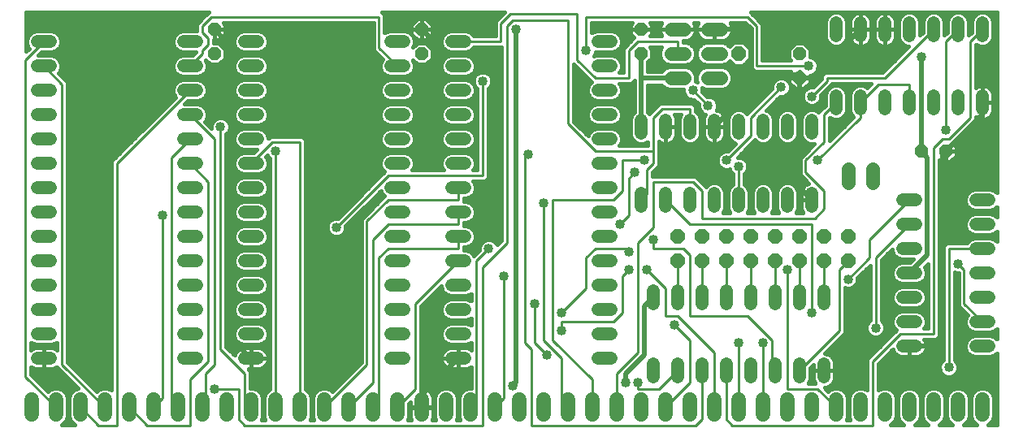
<source format=gbl>
G75*
%MOIN*%
%OFA0B0*%
%FSLAX24Y24*%
%IPPOS*%
%LPD*%
%AMOC8*
5,1,8,0,0,1.08239X$1,22.5*
%
%ADD10C,0.0520*%
%ADD11C,0.0600*%
%ADD12OC8,0.0520*%
%ADD13OC8,0.0600*%
%ADD14C,0.0560*%
%ADD15C,0.0200*%
%ADD16C,0.0400*%
%ADD17C,0.0160*%
%ADD18C,0.0100*%
D10*
X000920Y003180D02*
X001440Y003180D01*
X001440Y004180D02*
X000920Y004180D01*
X000920Y005180D02*
X001440Y005180D01*
X001440Y006180D02*
X000920Y006180D01*
X000920Y007180D02*
X001440Y007180D01*
X001440Y008180D02*
X000920Y008180D01*
X000920Y009180D02*
X001440Y009180D01*
X001440Y010180D02*
X000920Y010180D01*
X000920Y011180D02*
X001440Y011180D01*
X001440Y012180D02*
X000920Y012180D01*
X000920Y013180D02*
X001440Y013180D01*
X001440Y014180D02*
X000920Y014180D01*
X000920Y015180D02*
X001440Y015180D01*
X001440Y016180D02*
X000920Y016180D01*
X006920Y016180D02*
X007440Y016180D01*
X009420Y016180D02*
X009940Y016180D01*
X009940Y015180D02*
X009420Y015180D01*
X009420Y014180D02*
X009940Y014180D01*
X009940Y013180D02*
X009420Y013180D01*
X009420Y012180D02*
X009940Y012180D01*
X009940Y011180D02*
X009420Y011180D01*
X007440Y011180D02*
X006920Y011180D01*
X006920Y010180D02*
X007440Y010180D01*
X007440Y009180D02*
X006920Y009180D01*
X006920Y008180D02*
X007440Y008180D01*
X007440Y007180D02*
X006920Y007180D01*
X006920Y006180D02*
X007440Y006180D01*
X007440Y005180D02*
X006920Y005180D01*
X006920Y004180D02*
X007440Y004180D01*
X009420Y004180D02*
X009940Y004180D01*
X009940Y003180D02*
X009420Y003180D01*
X007440Y003180D02*
X006920Y003180D01*
X009420Y005180D02*
X009940Y005180D01*
X009940Y006180D02*
X009420Y006180D01*
X009420Y007180D02*
X009940Y007180D01*
X009940Y008180D02*
X009420Y008180D01*
X009420Y009180D02*
X009940Y009180D01*
X009940Y010180D02*
X009420Y010180D01*
X007440Y012180D02*
X006920Y012180D01*
X006920Y013180D02*
X007440Y013180D01*
X007440Y014180D02*
X006920Y014180D01*
X006920Y015180D02*
X007440Y015180D01*
X015420Y015180D02*
X015940Y015180D01*
X017920Y015180D02*
X018440Y015180D01*
X018440Y014180D02*
X017920Y014180D01*
X015940Y014180D02*
X015420Y014180D01*
X015420Y013180D02*
X015940Y013180D01*
X017920Y013180D02*
X018440Y013180D01*
X018440Y012180D02*
X017920Y012180D01*
X015940Y012180D02*
X015420Y012180D01*
X015420Y011180D02*
X015940Y011180D01*
X017920Y011180D02*
X018440Y011180D01*
X018440Y010180D02*
X017920Y010180D01*
X015940Y010180D02*
X015420Y010180D01*
X015420Y009180D02*
X015940Y009180D01*
X017920Y009180D02*
X018440Y009180D01*
X018440Y008180D02*
X017920Y008180D01*
X015940Y008180D02*
X015420Y008180D01*
X015420Y007180D02*
X015940Y007180D01*
X017920Y007180D02*
X018440Y007180D01*
X018440Y006180D02*
X017920Y006180D01*
X015940Y006180D02*
X015420Y006180D01*
X015420Y005180D02*
X015940Y005180D01*
X017920Y005180D02*
X018440Y005180D01*
X018440Y004180D02*
X017920Y004180D01*
X015940Y004180D02*
X015420Y004180D01*
X015420Y003180D02*
X015940Y003180D01*
X017920Y003180D02*
X018440Y003180D01*
X023920Y003180D02*
X024440Y003180D01*
X026180Y002940D02*
X026180Y002420D01*
X027180Y002420D02*
X027180Y002940D01*
X028180Y002940D02*
X028180Y002420D01*
X029180Y002420D02*
X029180Y002940D01*
X030180Y002940D02*
X030180Y002420D01*
X031180Y002420D02*
X031180Y002940D01*
X032180Y002940D02*
X032180Y002420D01*
X033180Y002420D02*
X033180Y002940D01*
X036420Y003680D02*
X036940Y003680D01*
X036940Y004680D02*
X036420Y004680D01*
X036420Y005680D02*
X036940Y005680D01*
X036940Y006680D02*
X036420Y006680D01*
X036420Y007680D02*
X036940Y007680D01*
X036940Y008680D02*
X036420Y008680D01*
X036420Y009680D02*
X036940Y009680D01*
X039420Y009680D02*
X039940Y009680D01*
X039940Y008680D02*
X039420Y008680D01*
X039420Y007680D02*
X039940Y007680D01*
X039940Y006680D02*
X039420Y006680D01*
X039420Y005680D02*
X039940Y005680D01*
X039940Y004680D02*
X039420Y004680D01*
X039420Y003680D02*
X039940Y003680D01*
X033180Y005420D02*
X033180Y005940D01*
X032180Y005940D02*
X032180Y005420D01*
X031180Y005420D02*
X031180Y005940D01*
X030180Y005940D02*
X030180Y005420D01*
X029180Y005420D02*
X029180Y005940D01*
X028180Y005940D02*
X028180Y005420D01*
X027180Y005420D02*
X027180Y005940D01*
X026180Y005940D02*
X026180Y005420D01*
X024440Y005180D02*
X023920Y005180D01*
X023920Y006180D02*
X024440Y006180D01*
X024440Y007180D02*
X023920Y007180D01*
X023920Y008180D02*
X024440Y008180D01*
X024440Y009180D02*
X023920Y009180D01*
X025680Y009420D02*
X025680Y009940D01*
X026680Y009940D02*
X026680Y009420D01*
X027680Y009420D02*
X027680Y009940D01*
X028680Y009940D02*
X028680Y009420D01*
X029680Y009420D02*
X029680Y009940D01*
X030680Y009940D02*
X030680Y009420D01*
X031680Y009420D02*
X031680Y009940D01*
X032680Y009940D02*
X032680Y009420D01*
X032680Y012420D02*
X032680Y012940D01*
X031680Y012940D02*
X031680Y012420D01*
X030680Y012420D02*
X030680Y012940D01*
X029680Y012940D02*
X029680Y012420D01*
X028680Y012420D02*
X028680Y012940D01*
X027680Y012940D02*
X027680Y012420D01*
X026680Y012420D02*
X026680Y012940D01*
X025680Y012940D02*
X025680Y012420D01*
X024440Y012180D02*
X023920Y012180D01*
X023920Y013180D02*
X024440Y013180D01*
X024440Y014180D02*
X023920Y014180D01*
X023920Y015180D02*
X024440Y015180D01*
X024440Y016180D02*
X023920Y016180D01*
X018440Y016180D02*
X017920Y016180D01*
X015940Y016180D02*
X015420Y016180D01*
X023920Y011180D02*
X024440Y011180D01*
X024440Y010180D02*
X023920Y010180D01*
X033680Y013420D02*
X033680Y013940D01*
X034680Y013940D02*
X034680Y013420D01*
X035680Y013420D02*
X035680Y013940D01*
X036680Y013940D02*
X036680Y013420D01*
X037680Y013420D02*
X037680Y013940D01*
X038680Y013940D02*
X038680Y013420D01*
X039680Y013420D02*
X039680Y013940D01*
X039680Y016420D02*
X039680Y016940D01*
X038680Y016940D02*
X038680Y016420D01*
X037680Y016420D02*
X037680Y016940D01*
X036680Y016940D02*
X036680Y016420D01*
X035680Y016420D02*
X035680Y016940D01*
X034680Y016940D02*
X034680Y016420D01*
X033680Y016420D02*
X033680Y016940D01*
X024440Y004180D02*
X023920Y004180D01*
D11*
X000680Y001480D02*
X000680Y000880D01*
X001680Y000880D02*
X001680Y001480D01*
X002680Y001480D02*
X002680Y000880D01*
X003680Y000880D02*
X003680Y001480D01*
X004680Y001480D02*
X004680Y000880D01*
X005680Y000880D02*
X005680Y001480D01*
X006680Y001480D02*
X006680Y000880D01*
X007680Y000880D02*
X007680Y001480D01*
X008680Y001480D02*
X008680Y000880D01*
X009680Y000880D02*
X009680Y001480D01*
X010680Y001480D02*
X010680Y000880D01*
X011680Y000880D02*
X011680Y001480D01*
X012680Y001480D02*
X012680Y000880D01*
X013680Y000880D02*
X013680Y001480D01*
X014680Y001480D02*
X014680Y000880D01*
X015680Y000880D02*
X015680Y001480D01*
X016680Y001480D02*
X016680Y000880D01*
X017680Y000880D02*
X017680Y001480D01*
X018680Y001480D02*
X018680Y000880D01*
X019680Y000880D02*
X019680Y001480D01*
X020680Y001480D02*
X020680Y000880D01*
X021680Y000880D02*
X021680Y001480D01*
X022680Y001480D02*
X022680Y000880D01*
X023680Y000880D02*
X023680Y001480D01*
X024680Y001480D02*
X024680Y000880D01*
X025680Y000880D02*
X025680Y001480D01*
X026680Y001480D02*
X026680Y000880D01*
X027680Y000880D02*
X027680Y001480D01*
X028680Y001480D02*
X028680Y000880D01*
X029680Y000880D02*
X029680Y001480D01*
X030680Y001480D02*
X030680Y000880D01*
X031680Y000880D02*
X031680Y001480D01*
X032680Y001480D02*
X032680Y000880D01*
X033680Y000880D02*
X033680Y001480D01*
X034680Y001480D02*
X034680Y000880D01*
X035680Y000880D02*
X035680Y001480D01*
X036680Y001480D02*
X036680Y000880D01*
X037680Y000880D02*
X037680Y001480D01*
X038680Y001480D02*
X038680Y000880D01*
X039680Y000880D02*
X039680Y001480D01*
D12*
X038180Y011680D03*
X037180Y011680D03*
X032180Y014680D03*
X032180Y015680D03*
X025680Y015680D03*
X025680Y016680D03*
X016680Y016680D03*
X016680Y015680D03*
X008180Y015680D03*
X008180Y016680D03*
D13*
X027180Y008180D03*
X028180Y008180D03*
X029180Y008180D03*
X030180Y008180D03*
X031180Y008180D03*
X032180Y008180D03*
X033180Y008180D03*
X034180Y008180D03*
X034180Y007180D03*
X033180Y007180D03*
X032180Y007180D03*
X031180Y007180D03*
X030180Y007180D03*
X029180Y007180D03*
X028180Y007180D03*
X027180Y007180D03*
X029680Y015680D03*
D14*
X028960Y015680D02*
X028400Y015680D01*
X027460Y015680D02*
X026900Y015680D01*
X026900Y014680D02*
X027460Y014680D01*
X028400Y014680D02*
X028960Y014680D01*
X028960Y016680D02*
X028400Y016680D01*
X027460Y016680D02*
X026900Y016680D01*
X034180Y010960D02*
X034180Y010400D01*
X035180Y010400D02*
X035180Y010960D01*
D15*
X037180Y011680D02*
X037180Y015555D01*
X034680Y016680D02*
X033055Y015055D01*
X033055Y014680D01*
X032180Y014680D01*
X032180Y014805D01*
X030805Y014805D01*
X030243Y014243D01*
X030180Y014305D01*
X030180Y016680D01*
X028680Y016680D01*
X025680Y015680D02*
X025680Y014680D01*
X027180Y014680D01*
X025680Y014680D02*
X025680Y012680D01*
X025055Y013430D02*
X024805Y013680D01*
X023055Y013680D01*
X023055Y013555D01*
X019805Y013555D02*
X019680Y013680D01*
X019680Y014680D01*
X018680Y015680D01*
X017180Y015680D01*
X017180Y016180D01*
X016680Y016680D01*
X017180Y015680D02*
X017180Y015430D01*
X016430Y014680D01*
X008930Y014680D01*
X008930Y015930D01*
X008180Y016680D01*
X008930Y014680D02*
X008930Y003930D01*
X009680Y003180D01*
X016680Y001680D02*
X016680Y001180D01*
X016680Y001680D02*
X018180Y003180D01*
X020430Y002055D02*
X020555Y002180D01*
X020555Y016680D01*
X028680Y012680D02*
X030243Y014243D01*
X032180Y014680D02*
X032180Y010180D01*
X032680Y009680D01*
X037180Y011680D02*
X037430Y011430D01*
X037430Y007430D01*
X036680Y006680D01*
X036680Y003680D02*
X038055Y003680D01*
X038055Y011555D01*
X038180Y011680D01*
X039680Y013180D01*
X039680Y013680D01*
X026180Y005680D02*
X025805Y005305D01*
X025805Y003305D01*
X025055Y002555D01*
X025055Y002180D01*
D16*
X025055Y002180D03*
X025555Y002180D03*
X021805Y003305D03*
X022430Y004305D03*
X022430Y005055D03*
X021305Y005430D03*
X020055Y006555D03*
X019430Y007680D03*
X021680Y009555D03*
X024805Y008680D03*
X026180Y008055D03*
X025180Y007555D03*
X025180Y006805D03*
X025930Y006805D03*
X027055Y004555D03*
X029680Y003805D03*
X030680Y003805D03*
X032680Y005055D03*
X035305Y004430D03*
X038305Y002805D03*
X034180Y006430D03*
X031680Y006805D03*
X038680Y007055D03*
X029680Y011055D03*
X029180Y011305D03*
X025805Y011305D03*
X025430Y010805D03*
X021055Y011555D03*
X019805Y013555D03*
X019180Y014555D03*
X023055Y013555D03*
X025055Y013430D03*
X027805Y014180D03*
X028430Y013555D03*
X031430Y014305D03*
X032680Y013930D03*
X032555Y015180D03*
X037180Y015555D03*
X038180Y012555D03*
X032930Y011305D03*
X023430Y015805D03*
X020555Y016680D03*
X010680Y011680D03*
X008430Y012680D03*
X006055Y009055D03*
X013180Y008555D03*
X020430Y002055D03*
X008180Y001930D03*
D17*
X009660Y001960D02*
X009660Y002650D01*
X009570Y002740D01*
X009680Y002740D01*
X009975Y002740D01*
X010043Y002751D01*
X010109Y002772D01*
X010171Y002804D01*
X010227Y002844D01*
X010276Y002893D01*
X010316Y002949D01*
X010348Y003011D01*
X010369Y003077D01*
X010380Y003145D01*
X010380Y003180D01*
X010380Y003215D01*
X010369Y003283D01*
X010348Y003349D01*
X010316Y003411D01*
X010276Y003467D01*
X010227Y003516D01*
X010171Y003556D01*
X010109Y003588D01*
X010043Y003609D01*
X009975Y003620D01*
X009680Y003620D01*
X009680Y003180D01*
X009680Y003180D01*
X010380Y003180D01*
X009680Y003180D01*
X009680Y003180D01*
X009680Y003620D01*
X009385Y003620D01*
X009317Y003609D01*
X009251Y003588D01*
X009189Y003556D01*
X009133Y003516D01*
X009084Y003467D01*
X009044Y003411D01*
X009012Y003349D01*
X009000Y003311D01*
X008660Y003650D01*
X008660Y012373D01*
X008752Y012465D01*
X008810Y012604D01*
X008810Y012756D01*
X008752Y012895D01*
X008645Y013002D01*
X008506Y013060D01*
X008354Y013060D01*
X008215Y013002D01*
X008108Y012895D01*
X008050Y012756D01*
X008050Y012635D01*
X007784Y012902D01*
X007813Y012931D01*
X007880Y013092D01*
X007880Y013268D01*
X007813Y013429D01*
X007689Y013553D01*
X007528Y013620D01*
X006945Y013620D01*
X007065Y013740D01*
X007528Y013740D01*
X007689Y013807D01*
X007813Y013931D01*
X007880Y014092D01*
X007880Y014268D01*
X007813Y014429D01*
X007689Y014553D01*
X007528Y014620D01*
X006832Y014620D01*
X006671Y014553D01*
X006547Y014429D01*
X006480Y014268D01*
X006480Y014092D01*
X006547Y013931D01*
X006576Y013902D01*
X003950Y011275D01*
X002160Y011275D01*
X002160Y011117D02*
X003950Y011117D01*
X003950Y011275D02*
X003950Y001888D01*
X003775Y001960D01*
X003585Y001960D01*
X003408Y001887D01*
X003353Y001832D01*
X002160Y003025D01*
X002160Y014525D01*
X001784Y014902D01*
X001813Y014931D01*
X001880Y015092D01*
X001880Y015268D01*
X001813Y015429D01*
X001689Y015553D01*
X001528Y015620D01*
X000945Y015620D01*
X001065Y015740D01*
X001528Y015740D01*
X001689Y015807D01*
X001813Y015931D01*
X001880Y016092D01*
X001880Y016268D01*
X001813Y016429D01*
X001689Y016553D01*
X001528Y016620D01*
X000832Y016620D01*
X000671Y016553D01*
X000547Y016429D01*
X000480Y016268D01*
X000480Y016092D01*
X000547Y015931D01*
X000576Y015902D01*
X000460Y015785D01*
X000460Y017396D01*
X007946Y017396D01*
X007825Y017275D01*
X007450Y016900D01*
X007450Y016620D01*
X006832Y016620D01*
X006671Y016553D01*
X006547Y016429D01*
X006480Y016268D01*
X006480Y016092D01*
X006547Y015931D01*
X006671Y015807D01*
X006832Y015740D01*
X007415Y015740D01*
X007295Y015620D01*
X006832Y015620D01*
X006671Y015553D01*
X006547Y015429D01*
X006480Y015268D01*
X006480Y015092D01*
X006547Y014931D01*
X006671Y014807D01*
X006832Y014740D01*
X007528Y014740D01*
X007689Y014807D01*
X007813Y014931D01*
X007880Y015092D01*
X007880Y015268D01*
X007816Y015422D01*
X007998Y015240D01*
X008362Y015240D01*
X008620Y015498D01*
X008620Y015862D01*
X008362Y016120D01*
X008160Y016120D01*
X008160Y016240D01*
X008180Y016240D01*
X008362Y016240D01*
X008620Y016498D01*
X008620Y016680D01*
X008620Y016862D01*
X008532Y016950D01*
X014700Y016950D01*
X014700Y015835D01*
X015076Y015458D01*
X015047Y015429D01*
X014980Y015268D01*
X014980Y015092D01*
X015047Y014931D01*
X015171Y014807D01*
X015332Y014740D01*
X016028Y014740D01*
X016189Y014807D01*
X016313Y014931D01*
X016380Y015092D01*
X016380Y015268D01*
X016316Y015422D01*
X016498Y015240D01*
X016862Y015240D01*
X017120Y015498D01*
X017120Y015862D01*
X016862Y016120D01*
X016498Y016120D01*
X016316Y015938D01*
X016380Y016092D01*
X016380Y016268D01*
X016316Y016422D01*
X016498Y016240D01*
X016680Y016240D01*
X016862Y016240D01*
X017120Y016498D01*
X017120Y016680D01*
X017120Y016862D01*
X016862Y017120D01*
X016680Y017120D01*
X016680Y016680D01*
X016680Y016680D01*
X017120Y016680D01*
X016680Y016680D01*
X016680Y016680D01*
X016680Y016680D01*
X016240Y016680D01*
X016240Y016862D01*
X016498Y017120D01*
X016680Y017120D01*
X016680Y016680D01*
X016680Y016240D01*
X016680Y016680D01*
X016680Y016680D01*
X016240Y016680D01*
X016240Y016502D01*
X016189Y016553D01*
X016028Y016620D01*
X015332Y016620D01*
X015171Y016553D01*
X015160Y016542D01*
X015160Y017275D01*
X015039Y017396D01*
X020071Y017396D01*
X019700Y017025D01*
X019700Y016410D01*
X018821Y016410D01*
X018813Y016429D01*
X018689Y016553D01*
X018528Y016620D01*
X017832Y016620D01*
X017671Y016553D01*
X017547Y016429D01*
X017480Y016268D01*
X017480Y016092D01*
X017547Y015931D01*
X017671Y015807D01*
X017832Y015740D01*
X018528Y015740D01*
X018689Y015807D01*
X018813Y015931D01*
X018821Y015950D01*
X019950Y015950D01*
X019950Y008025D01*
X019772Y007847D01*
X019752Y007895D01*
X019645Y008002D01*
X019506Y008060D01*
X019354Y008060D01*
X019215Y008002D01*
X019108Y007895D01*
X019050Y007756D01*
X019050Y007625D01*
X018835Y007410D01*
X018825Y007400D01*
X018813Y007429D01*
X018689Y007553D01*
X018528Y007620D01*
X018410Y007620D01*
X018410Y007740D01*
X018528Y007740D01*
X018689Y007807D01*
X018813Y007931D01*
X018880Y008092D01*
X018880Y008268D01*
X018813Y008429D01*
X018689Y008553D01*
X018528Y008620D01*
X018410Y008620D01*
X018410Y008740D01*
X018528Y008740D01*
X018689Y008807D01*
X018813Y008931D01*
X018880Y009092D01*
X018880Y009268D01*
X018813Y009429D01*
X018689Y009553D01*
X018528Y009620D01*
X018410Y009620D01*
X018410Y009740D01*
X018528Y009740D01*
X018689Y009807D01*
X018813Y009931D01*
X018880Y010092D01*
X018880Y010268D01*
X018813Y010429D01*
X018792Y010450D01*
X019275Y010450D01*
X019410Y010585D01*
X019410Y014248D01*
X019502Y014340D01*
X019560Y014479D01*
X019560Y014631D01*
X019502Y014770D01*
X019395Y014877D01*
X019256Y014935D01*
X019104Y014935D01*
X018965Y014877D01*
X018858Y014770D01*
X018800Y014631D01*
X018800Y014479D01*
X018858Y014340D01*
X018950Y014248D01*
X018950Y010910D01*
X018792Y010910D01*
X018813Y010931D01*
X018880Y011092D01*
X018880Y011268D01*
X018813Y011429D01*
X018689Y011553D01*
X018528Y011620D01*
X017832Y011620D01*
X017671Y011553D01*
X017547Y011429D01*
X017480Y011268D01*
X017480Y011092D01*
X017547Y010931D01*
X017568Y010910D01*
X016292Y010910D01*
X016313Y010931D01*
X016380Y011092D01*
X016380Y011268D01*
X016313Y011429D01*
X016189Y011553D01*
X016028Y011620D01*
X015332Y011620D01*
X015171Y011553D01*
X015047Y011429D01*
X014980Y011268D01*
X014980Y011092D01*
X015047Y010931D01*
X015139Y010839D01*
X015075Y010775D01*
X013235Y008935D01*
X013104Y008935D01*
X012965Y008877D01*
X012858Y008770D01*
X012800Y008631D01*
X012800Y008479D01*
X012858Y008340D01*
X012965Y008233D01*
X013104Y008175D01*
X013256Y008175D01*
X013395Y008233D01*
X013502Y008340D01*
X013560Y008479D01*
X013560Y008610D01*
X014998Y010048D01*
X015047Y009931D01*
X015139Y009839D01*
X015075Y009775D01*
X014200Y008900D01*
X014200Y003025D01*
X013007Y001832D01*
X012952Y001887D01*
X012775Y001960D01*
X012585Y001960D01*
X012408Y001887D01*
X012273Y001752D01*
X012200Y001575D01*
X012200Y000785D01*
X012252Y000660D01*
X012108Y000660D01*
X012160Y000785D01*
X012160Y001575D01*
X012087Y001752D01*
X011952Y001887D01*
X011910Y001904D01*
X011910Y012150D01*
X011775Y012285D01*
X010460Y012285D01*
X010380Y012205D01*
X010380Y012268D01*
X010313Y012429D01*
X010189Y012553D01*
X010028Y012620D01*
X009332Y012620D01*
X009171Y012553D01*
X009047Y012429D01*
X008980Y012268D01*
X008980Y012092D01*
X009047Y011931D01*
X009171Y011807D01*
X009332Y011740D01*
X009915Y011740D01*
X009795Y011620D01*
X009332Y011620D01*
X009171Y011553D01*
X009047Y011429D01*
X008980Y011268D01*
X008980Y011092D01*
X009047Y010931D01*
X009171Y010807D01*
X009332Y010740D01*
X010028Y010740D01*
X010189Y010807D01*
X010313Y010931D01*
X010380Y011092D01*
X010380Y011268D01*
X010313Y011429D01*
X010284Y011458D01*
X010338Y011513D01*
X010358Y011465D01*
X010450Y011373D01*
X010450Y001904D01*
X010408Y001887D01*
X010273Y001752D01*
X010200Y001575D01*
X010200Y000785D01*
X010252Y000660D01*
X010108Y000660D01*
X010160Y000785D01*
X010160Y001575D01*
X010087Y001752D01*
X009952Y001887D01*
X009775Y001960D01*
X009660Y001960D01*
X009660Y002082D02*
X010450Y002082D01*
X010450Y001924D02*
X009864Y001924D01*
X010074Y001765D02*
X010286Y001765D01*
X010213Y001607D02*
X010147Y001607D01*
X010160Y001448D02*
X010200Y001448D01*
X010200Y001290D02*
X010160Y001290D01*
X010160Y001131D02*
X010200Y001131D01*
X010200Y000973D02*
X010160Y000973D01*
X010160Y000814D02*
X010200Y000814D01*
X012160Y000814D02*
X012200Y000814D01*
X012200Y000973D02*
X012160Y000973D01*
X012160Y001131D02*
X012200Y001131D01*
X012200Y001290D02*
X012160Y001290D01*
X012160Y001448D02*
X012200Y001448D01*
X012213Y001607D02*
X012147Y001607D01*
X012074Y001765D02*
X012286Y001765D01*
X012496Y001924D02*
X011910Y001924D01*
X011910Y002082D02*
X013257Y002082D01*
X013415Y002241D02*
X011910Y002241D01*
X011910Y002399D02*
X013574Y002399D01*
X013732Y002558D02*
X011910Y002558D01*
X011910Y002716D02*
X013891Y002716D01*
X014049Y002875D02*
X011910Y002875D01*
X011910Y003033D02*
X014200Y003033D01*
X014200Y003192D02*
X011910Y003192D01*
X011910Y003350D02*
X014200Y003350D01*
X014200Y003509D02*
X011910Y003509D01*
X011910Y003667D02*
X014200Y003667D01*
X014200Y003826D02*
X011910Y003826D01*
X011910Y003984D02*
X014200Y003984D01*
X014200Y004143D02*
X011910Y004143D01*
X011910Y004301D02*
X014200Y004301D01*
X014200Y004460D02*
X011910Y004460D01*
X011910Y004618D02*
X014200Y004618D01*
X014200Y004777D02*
X011910Y004777D01*
X011910Y004935D02*
X014200Y004935D01*
X014200Y005094D02*
X011910Y005094D01*
X011910Y005252D02*
X014200Y005252D01*
X014200Y005411D02*
X011910Y005411D01*
X011910Y005569D02*
X014200Y005569D01*
X014200Y005728D02*
X011910Y005728D01*
X011910Y005886D02*
X014200Y005886D01*
X014200Y006045D02*
X011910Y006045D01*
X011910Y006203D02*
X014200Y006203D01*
X014200Y006362D02*
X011910Y006362D01*
X011910Y006520D02*
X014200Y006520D01*
X014200Y006679D02*
X011910Y006679D01*
X011910Y006837D02*
X014200Y006837D01*
X014200Y006996D02*
X011910Y006996D01*
X011910Y007154D02*
X014200Y007154D01*
X014200Y007313D02*
X011910Y007313D01*
X011910Y007471D02*
X014200Y007471D01*
X014200Y007630D02*
X011910Y007630D01*
X011910Y007788D02*
X014200Y007788D01*
X014200Y007947D02*
X011910Y007947D01*
X011910Y008105D02*
X014200Y008105D01*
X014200Y008264D02*
X013426Y008264D01*
X013536Y008422D02*
X014200Y008422D01*
X014200Y008581D02*
X013560Y008581D01*
X013689Y008739D02*
X014200Y008739D01*
X014200Y008898D02*
X013848Y008898D01*
X014006Y009056D02*
X014356Y009056D01*
X014514Y009215D02*
X014165Y009215D01*
X014323Y009373D02*
X014673Y009373D01*
X014831Y009532D02*
X014482Y009532D01*
X014640Y009690D02*
X014990Y009690D01*
X015129Y009849D02*
X014799Y009849D01*
X014957Y010007D02*
X015015Y010007D01*
X014624Y010324D02*
X011910Y010324D01*
X011910Y010166D02*
X014465Y010166D01*
X014307Y010007D02*
X011910Y010007D01*
X011910Y009849D02*
X014148Y009849D01*
X013990Y009690D02*
X011910Y009690D01*
X011910Y009532D02*
X013831Y009532D01*
X013673Y009373D02*
X011910Y009373D01*
X011910Y009215D02*
X013514Y009215D01*
X013356Y009056D02*
X011910Y009056D01*
X011910Y008898D02*
X013014Y008898D01*
X012845Y008739D02*
X011910Y008739D01*
X011910Y008581D02*
X012800Y008581D01*
X012824Y008422D02*
X011910Y008422D01*
X011910Y008264D02*
X012934Y008264D01*
X010450Y008264D02*
X010380Y008264D01*
X010380Y008268D02*
X010313Y008429D01*
X010189Y008553D01*
X010028Y008620D01*
X009332Y008620D01*
X009171Y008553D01*
X009047Y008429D01*
X008980Y008268D01*
X008980Y008092D01*
X009047Y007931D01*
X009171Y007807D01*
X009332Y007740D01*
X010028Y007740D01*
X010189Y007807D01*
X010313Y007931D01*
X010380Y008092D01*
X010380Y008268D01*
X010380Y008105D02*
X010450Y008105D01*
X010450Y007947D02*
X010320Y007947D01*
X010450Y007788D02*
X010143Y007788D01*
X010028Y007620D02*
X010189Y007553D01*
X010313Y007429D01*
X010380Y007268D01*
X010380Y007092D01*
X010313Y006931D01*
X010189Y006807D01*
X010028Y006740D01*
X009332Y006740D01*
X009171Y006807D01*
X009047Y006931D01*
X008980Y007092D01*
X008980Y007268D01*
X009047Y007429D01*
X009171Y007553D01*
X009332Y007620D01*
X010028Y007620D01*
X010271Y007471D02*
X010450Y007471D01*
X010450Y007313D02*
X010361Y007313D01*
X010380Y007154D02*
X010450Y007154D01*
X010450Y006996D02*
X010340Y006996D01*
X010450Y006837D02*
X010219Y006837D01*
X010450Y006679D02*
X008660Y006679D01*
X008660Y006837D02*
X009141Y006837D01*
X009020Y006996D02*
X008660Y006996D01*
X008660Y007154D02*
X008980Y007154D01*
X008999Y007313D02*
X008660Y007313D01*
X008660Y007471D02*
X009089Y007471D01*
X008660Y007630D02*
X010450Y007630D01*
X009217Y007788D02*
X008660Y007788D01*
X008660Y007947D02*
X009040Y007947D01*
X008980Y008105D02*
X008660Y008105D01*
X008660Y008264D02*
X008980Y008264D01*
X009044Y008422D02*
X008660Y008422D01*
X008660Y008581D02*
X009237Y008581D01*
X009332Y008740D02*
X010028Y008740D01*
X010189Y008807D01*
X010313Y008931D01*
X010380Y009092D01*
X010380Y009268D01*
X010313Y009429D01*
X010189Y009553D01*
X010028Y009620D01*
X009332Y009620D01*
X009171Y009553D01*
X009047Y009429D01*
X008980Y009268D01*
X008980Y009092D01*
X009047Y008931D01*
X009171Y008807D01*
X009332Y008740D01*
X009080Y008898D02*
X008660Y008898D01*
X008660Y009056D02*
X008995Y009056D01*
X008980Y009215D02*
X008660Y009215D01*
X008660Y009373D02*
X009024Y009373D01*
X009149Y009532D02*
X008660Y009532D01*
X008660Y009690D02*
X010450Y009690D01*
X010450Y009532D02*
X010211Y009532D01*
X010336Y009373D02*
X010450Y009373D01*
X010450Y009215D02*
X010380Y009215D01*
X010365Y009056D02*
X010450Y009056D01*
X010450Y008898D02*
X010280Y008898D01*
X010450Y008739D02*
X008660Y008739D01*
X010123Y008581D02*
X010450Y008581D01*
X010450Y008422D02*
X010316Y008422D01*
X010028Y009740D02*
X009332Y009740D01*
X009171Y009807D01*
X009047Y009931D01*
X008980Y010092D01*
X008980Y010268D01*
X009047Y010429D01*
X009171Y010553D01*
X009332Y010620D01*
X010028Y010620D01*
X010189Y010553D01*
X010313Y010429D01*
X010380Y010268D01*
X010380Y010092D01*
X010313Y009931D01*
X010189Y009807D01*
X010028Y009740D01*
X010231Y009849D02*
X010450Y009849D01*
X010450Y010007D02*
X010345Y010007D01*
X010380Y010166D02*
X010450Y010166D01*
X010450Y010324D02*
X010357Y010324D01*
X010450Y010483D02*
X010260Y010483D01*
X010450Y010641D02*
X008660Y010641D01*
X008660Y010483D02*
X009100Y010483D01*
X009003Y010324D02*
X008660Y010324D01*
X008660Y010166D02*
X008980Y010166D01*
X009015Y010007D02*
X008660Y010007D01*
X008660Y009849D02*
X009129Y009849D01*
X009189Y010800D02*
X008660Y010800D01*
X008660Y010958D02*
X009036Y010958D01*
X008980Y011117D02*
X008660Y011117D01*
X008660Y011275D02*
X008983Y011275D01*
X009051Y011434D02*
X008660Y011434D01*
X008660Y011592D02*
X009265Y011592D01*
X009307Y011751D02*
X008660Y011751D01*
X008660Y011909D02*
X009069Y011909D01*
X008990Y012068D02*
X008660Y012068D01*
X008660Y012226D02*
X008980Y012226D01*
X009028Y012385D02*
X008672Y012385D01*
X008785Y012543D02*
X009161Y012543D01*
X009332Y012740D02*
X010028Y012740D01*
X010189Y012807D01*
X010313Y012931D01*
X010380Y013092D01*
X010380Y013268D01*
X010313Y013429D01*
X010189Y013553D01*
X010028Y013620D01*
X009332Y013620D01*
X009171Y013553D01*
X009047Y013429D01*
X008980Y013268D01*
X008980Y013092D01*
X009047Y012931D01*
X009171Y012807D01*
X009332Y012740D01*
X009118Y012860D02*
X008767Y012860D01*
X008810Y012702D02*
X018950Y012702D01*
X018950Y012860D02*
X018742Y012860D01*
X018689Y012807D02*
X018813Y012931D01*
X018880Y013092D01*
X018880Y013268D01*
X018813Y013429D01*
X018689Y013553D01*
X018528Y013620D01*
X017832Y013620D01*
X017671Y013553D01*
X017547Y013429D01*
X017480Y013268D01*
X017480Y013092D01*
X017547Y012931D01*
X017671Y012807D01*
X017832Y012740D01*
X018528Y012740D01*
X018689Y012807D01*
X018528Y012620D02*
X018689Y012553D01*
X018813Y012429D01*
X018880Y012268D01*
X018880Y012092D01*
X018813Y011931D01*
X018689Y011807D01*
X018528Y011740D01*
X017832Y011740D01*
X017671Y011807D01*
X017547Y011931D01*
X017480Y012092D01*
X017480Y012268D01*
X017547Y012429D01*
X017671Y012553D01*
X017832Y012620D01*
X018528Y012620D01*
X018699Y012543D02*
X018950Y012543D01*
X018950Y012385D02*
X018832Y012385D01*
X018880Y012226D02*
X018950Y012226D01*
X018950Y012068D02*
X018870Y012068D01*
X018791Y011909D02*
X018950Y011909D01*
X018950Y011751D02*
X018553Y011751D01*
X018595Y011592D02*
X018950Y011592D01*
X018950Y011434D02*
X018809Y011434D01*
X018877Y011275D02*
X018950Y011275D01*
X018950Y011117D02*
X018880Y011117D01*
X018824Y010958D02*
X018950Y010958D01*
X019410Y010958D02*
X019950Y010958D01*
X019950Y010800D02*
X019410Y010800D01*
X019410Y010641D02*
X019950Y010641D01*
X019950Y010483D02*
X019308Y010483D01*
X018857Y010324D02*
X019950Y010324D01*
X019950Y010166D02*
X018880Y010166D01*
X018845Y010007D02*
X019950Y010007D01*
X019950Y009849D02*
X018731Y009849D01*
X018410Y009690D02*
X019950Y009690D01*
X019950Y009532D02*
X018711Y009532D01*
X018836Y009373D02*
X019950Y009373D01*
X019950Y009215D02*
X018880Y009215D01*
X018865Y009056D02*
X019950Y009056D01*
X019950Y008898D02*
X018780Y008898D01*
X018623Y008581D02*
X019950Y008581D01*
X019950Y008739D02*
X018410Y008739D01*
X018816Y008422D02*
X019950Y008422D01*
X019950Y008264D02*
X018880Y008264D01*
X018880Y008105D02*
X019950Y008105D01*
X019871Y007947D02*
X019701Y007947D01*
X019159Y007947D02*
X018820Y007947D01*
X018643Y007788D02*
X019063Y007788D01*
X019050Y007630D02*
X018410Y007630D01*
X018771Y007471D02*
X018896Y007471D01*
X017480Y006155D02*
X017480Y006092D01*
X017547Y005931D01*
X017671Y005807D01*
X017832Y005740D01*
X018528Y005740D01*
X018689Y005807D01*
X018700Y005818D01*
X018700Y005542D01*
X018689Y005553D01*
X018528Y005620D01*
X017832Y005620D01*
X017671Y005553D01*
X017547Y005429D01*
X017480Y005268D01*
X017480Y005092D01*
X017547Y004931D01*
X017671Y004807D01*
X017832Y004740D01*
X018528Y004740D01*
X018689Y004807D01*
X018700Y004818D01*
X018700Y004542D01*
X018689Y004553D01*
X018528Y004620D01*
X017832Y004620D01*
X017671Y004553D01*
X017547Y004429D01*
X017480Y004268D01*
X017480Y004092D01*
X017547Y003931D01*
X017671Y003807D01*
X017832Y003740D01*
X018528Y003740D01*
X018689Y003807D01*
X018700Y003818D01*
X018700Y003535D01*
X018671Y003556D01*
X018609Y003588D01*
X018543Y003609D01*
X018475Y003620D01*
X018180Y003620D01*
X018180Y003180D01*
X018180Y003180D01*
X018180Y002740D01*
X018475Y002740D01*
X018543Y002751D01*
X018609Y002772D01*
X018671Y002804D01*
X018700Y002825D01*
X018700Y001960D01*
X018585Y001960D01*
X018408Y001887D01*
X018273Y001752D01*
X018200Y001575D01*
X018200Y000785D01*
X018252Y000660D01*
X018108Y000660D01*
X018160Y000785D01*
X018160Y001575D01*
X018087Y001752D01*
X017952Y001887D01*
X017775Y001960D01*
X017585Y001960D01*
X017408Y001887D01*
X017273Y001752D01*
X017200Y001575D01*
X017200Y000785D01*
X017252Y000660D01*
X017107Y000660D01*
X017125Y000696D01*
X017148Y000768D01*
X017160Y000842D01*
X017160Y001160D01*
X016700Y001160D01*
X016700Y001200D01*
X016660Y001200D01*
X016660Y001835D01*
X016660Y005335D01*
X017480Y006155D01*
X017500Y006045D02*
X017370Y006045D01*
X017211Y005886D02*
X017592Y005886D01*
X017709Y005569D02*
X016894Y005569D01*
X016736Y005411D02*
X017539Y005411D01*
X017480Y005252D02*
X016660Y005252D01*
X016660Y005094D02*
X017480Y005094D01*
X017545Y004935D02*
X016660Y004935D01*
X016660Y004777D02*
X017744Y004777D01*
X017828Y004618D02*
X016660Y004618D01*
X016660Y004460D02*
X017577Y004460D01*
X017494Y004301D02*
X016660Y004301D01*
X016660Y004143D02*
X017480Y004143D01*
X017525Y003984D02*
X016660Y003984D01*
X016660Y003826D02*
X017652Y003826D01*
X017751Y003588D02*
X017689Y003556D01*
X017633Y003516D01*
X017584Y003467D01*
X017544Y003411D01*
X017512Y003349D01*
X017491Y003283D01*
X017480Y003215D01*
X017480Y003180D01*
X018180Y003180D01*
X018180Y003180D01*
X018180Y003180D01*
X018180Y003620D01*
X017885Y003620D01*
X017817Y003609D01*
X017751Y003588D01*
X017626Y003509D02*
X016660Y003509D01*
X016660Y003667D02*
X018700Y003667D01*
X018180Y003509D02*
X018180Y003509D01*
X018180Y003350D02*
X018180Y003350D01*
X018180Y003192D02*
X018180Y003192D01*
X018180Y003180D02*
X017480Y003180D01*
X017480Y003145D01*
X017491Y003077D01*
X017512Y003011D01*
X017544Y002949D01*
X017584Y002893D01*
X017633Y002844D01*
X017689Y002804D01*
X017751Y002772D01*
X017817Y002751D01*
X017885Y002740D01*
X018180Y002740D01*
X018180Y003180D01*
X018180Y003033D02*
X018180Y003033D01*
X018180Y002875D02*
X018180Y002875D01*
X018700Y002716D02*
X016660Y002716D01*
X016660Y002558D02*
X018700Y002558D01*
X018700Y002399D02*
X016660Y002399D01*
X016660Y002241D02*
X018700Y002241D01*
X018700Y002082D02*
X016660Y002082D01*
X016700Y001960D02*
X016700Y001200D01*
X017160Y001200D01*
X017160Y001518D01*
X017148Y001592D01*
X017125Y001664D01*
X017091Y001732D01*
X017046Y001793D01*
X016993Y001846D01*
X016932Y001891D01*
X016864Y001925D01*
X016792Y001948D01*
X016718Y001960D01*
X016700Y001960D01*
X016700Y001924D02*
X016660Y001924D01*
X016660Y001835D02*
X016660Y001835D01*
X016660Y001765D02*
X016700Y001765D01*
X016700Y001607D02*
X016660Y001607D01*
X016660Y001448D02*
X016700Y001448D01*
X016700Y001290D02*
X016660Y001290D01*
X016660Y001200D02*
X016200Y001200D01*
X016200Y001375D01*
X016160Y001335D01*
X016160Y000785D01*
X016108Y000660D01*
X016253Y000660D01*
X016235Y000696D01*
X016212Y000768D01*
X016200Y000842D01*
X016200Y001160D01*
X016660Y001160D01*
X016660Y001200D01*
X016200Y001131D02*
X016160Y001131D01*
X016160Y000973D02*
X016200Y000973D01*
X016204Y000814D02*
X016160Y000814D01*
X017156Y000814D02*
X017200Y000814D01*
X017200Y000973D02*
X017160Y000973D01*
X017160Y001131D02*
X017200Y001131D01*
X017200Y001290D02*
X017160Y001290D01*
X017160Y001448D02*
X017200Y001448D01*
X017213Y001607D02*
X017144Y001607D01*
X017066Y001765D02*
X017286Y001765D01*
X017496Y001924D02*
X016867Y001924D01*
X017864Y001924D02*
X018496Y001924D01*
X018286Y001765D02*
X018074Y001765D01*
X018147Y001607D02*
X018213Y001607D01*
X018200Y001448D02*
X018160Y001448D01*
X018160Y001290D02*
X018200Y001290D01*
X018200Y001131D02*
X018160Y001131D01*
X018160Y000973D02*
X018200Y000973D01*
X018200Y000814D02*
X018160Y000814D01*
X016200Y001290D02*
X016160Y001290D01*
X013098Y001924D02*
X012864Y001924D01*
X010450Y002241D02*
X009660Y002241D01*
X009660Y002399D02*
X010450Y002399D01*
X010450Y002558D02*
X009660Y002558D01*
X009594Y002716D02*
X010450Y002716D01*
X010450Y002875D02*
X010257Y002875D01*
X010355Y003033D02*
X010450Y003033D01*
X010450Y003192D02*
X010380Y003192D01*
X010347Y003350D02*
X010450Y003350D01*
X010450Y003509D02*
X010234Y003509D01*
X010450Y003667D02*
X008660Y003667D01*
X008660Y003826D02*
X009152Y003826D01*
X009171Y003807D02*
X009332Y003740D01*
X010028Y003740D01*
X010189Y003807D01*
X010313Y003931D01*
X010380Y004092D01*
X010380Y004268D01*
X010313Y004429D01*
X010189Y004553D01*
X010028Y004620D01*
X009332Y004620D01*
X009171Y004553D01*
X009047Y004429D01*
X008980Y004268D01*
X008980Y004092D01*
X009047Y003931D01*
X009171Y003807D01*
X009025Y003984D02*
X008660Y003984D01*
X008660Y004143D02*
X008980Y004143D01*
X008994Y004301D02*
X008660Y004301D01*
X008660Y004460D02*
X009077Y004460D01*
X009328Y004618D02*
X008660Y004618D01*
X008660Y004777D02*
X009244Y004777D01*
X009171Y004807D02*
X009332Y004740D01*
X010028Y004740D01*
X010189Y004807D01*
X010313Y004931D01*
X010380Y005092D01*
X010380Y005268D01*
X010313Y005429D01*
X010189Y005553D01*
X010028Y005620D01*
X009332Y005620D01*
X009171Y005553D01*
X009047Y005429D01*
X008980Y005268D01*
X008980Y005092D01*
X009047Y004931D01*
X009171Y004807D01*
X009045Y004935D02*
X008660Y004935D01*
X008660Y005094D02*
X008980Y005094D01*
X008980Y005252D02*
X008660Y005252D01*
X008660Y005411D02*
X009039Y005411D01*
X009209Y005569D02*
X008660Y005569D01*
X008660Y005728D02*
X010450Y005728D01*
X010450Y005886D02*
X010268Y005886D01*
X010313Y005931D02*
X010380Y006092D01*
X010380Y006268D01*
X010313Y006429D01*
X010189Y006553D01*
X010028Y006620D01*
X009332Y006620D01*
X009171Y006553D01*
X009047Y006429D01*
X008980Y006268D01*
X008980Y006092D01*
X009047Y005931D01*
X009171Y005807D01*
X009332Y005740D01*
X010028Y005740D01*
X010189Y005807D01*
X010313Y005931D01*
X010360Y006045D02*
X010450Y006045D01*
X010450Y006203D02*
X010380Y006203D01*
X010341Y006362D02*
X010450Y006362D01*
X010450Y006520D02*
X010222Y006520D01*
X009138Y006520D02*
X008660Y006520D01*
X008660Y006362D02*
X009019Y006362D01*
X008980Y006203D02*
X008660Y006203D01*
X008660Y006045D02*
X009000Y006045D01*
X009092Y005886D02*
X008660Y005886D01*
X010151Y005569D02*
X010450Y005569D01*
X010450Y005411D02*
X010321Y005411D01*
X010380Y005252D02*
X010450Y005252D01*
X010450Y005094D02*
X010380Y005094D01*
X010315Y004935D02*
X010450Y004935D01*
X010450Y004777D02*
X010116Y004777D01*
X010032Y004618D02*
X010450Y004618D01*
X010450Y004460D02*
X010283Y004460D01*
X010366Y004301D02*
X010450Y004301D01*
X010450Y004143D02*
X010380Y004143D01*
X010335Y003984D02*
X010450Y003984D01*
X010450Y003826D02*
X010208Y003826D01*
X009680Y003509D02*
X009680Y003509D01*
X009680Y003350D02*
X009680Y003350D01*
X009680Y003192D02*
X009680Y003192D01*
X009680Y003180D02*
X009680Y002740D01*
X009680Y003180D01*
X009680Y003180D01*
X009680Y003033D02*
X009680Y003033D01*
X009680Y002875D02*
X009680Y002875D01*
X009013Y003350D02*
X008960Y003350D01*
X008802Y003509D02*
X009126Y003509D01*
X003950Y003509D02*
X002160Y003509D01*
X002160Y003667D02*
X003950Y003667D01*
X003950Y003826D02*
X002160Y003826D01*
X002160Y003984D02*
X003950Y003984D01*
X003950Y004143D02*
X002160Y004143D01*
X002160Y004301D02*
X003950Y004301D01*
X003950Y004460D02*
X002160Y004460D01*
X002160Y004618D02*
X003950Y004618D01*
X003950Y004777D02*
X002160Y004777D01*
X002160Y004935D02*
X003950Y004935D01*
X003950Y005094D02*
X002160Y005094D01*
X002160Y005252D02*
X003950Y005252D01*
X003950Y005411D02*
X002160Y005411D01*
X002160Y005569D02*
X003950Y005569D01*
X003950Y005728D02*
X002160Y005728D01*
X002160Y005886D02*
X003950Y005886D01*
X003950Y006045D02*
X002160Y006045D01*
X002160Y006203D02*
X003950Y006203D01*
X003950Y006362D02*
X002160Y006362D01*
X002160Y006520D02*
X003950Y006520D01*
X003950Y006679D02*
X002160Y006679D01*
X002160Y006837D02*
X003950Y006837D01*
X003950Y006996D02*
X002160Y006996D01*
X002160Y007154D02*
X003950Y007154D01*
X003950Y007313D02*
X002160Y007313D01*
X002160Y007471D02*
X003950Y007471D01*
X003950Y007630D02*
X002160Y007630D01*
X002160Y007788D02*
X003950Y007788D01*
X003950Y007947D02*
X002160Y007947D01*
X002160Y008105D02*
X003950Y008105D01*
X003950Y008264D02*
X002160Y008264D01*
X002160Y008422D02*
X003950Y008422D01*
X003950Y008581D02*
X002160Y008581D01*
X002160Y008739D02*
X003950Y008739D01*
X003950Y008898D02*
X002160Y008898D01*
X002160Y009056D02*
X003950Y009056D01*
X003950Y009215D02*
X002160Y009215D01*
X002160Y009373D02*
X003950Y009373D01*
X003950Y009532D02*
X002160Y009532D01*
X002160Y009690D02*
X003950Y009690D01*
X003950Y009849D02*
X002160Y009849D01*
X002160Y010007D02*
X003950Y010007D01*
X003950Y010166D02*
X002160Y010166D01*
X002160Y010324D02*
X003950Y010324D01*
X003950Y010483D02*
X002160Y010483D01*
X002160Y010641D02*
X003950Y010641D01*
X003950Y010800D02*
X002160Y010800D01*
X002160Y010958D02*
X003950Y010958D01*
X004108Y011434D02*
X002160Y011434D01*
X002160Y011592D02*
X004267Y011592D01*
X004425Y011751D02*
X002160Y011751D01*
X002160Y011909D02*
X004584Y011909D01*
X004742Y012068D02*
X002160Y012068D01*
X002160Y012226D02*
X004901Y012226D01*
X005059Y012385D02*
X002160Y012385D01*
X002160Y012543D02*
X005218Y012543D01*
X005376Y012702D02*
X002160Y012702D01*
X002160Y012860D02*
X005535Y012860D01*
X005693Y013019D02*
X002160Y013019D01*
X002160Y013177D02*
X005852Y013177D01*
X006010Y013336D02*
X002160Y013336D01*
X002160Y013494D02*
X006169Y013494D01*
X006327Y013653D02*
X002160Y013653D01*
X002160Y013811D02*
X006486Y013811D01*
X006531Y013970D02*
X002160Y013970D01*
X002160Y014128D02*
X006480Y014128D01*
X006488Y014287D02*
X002160Y014287D01*
X002160Y014445D02*
X006563Y014445D01*
X006793Y014604D02*
X002082Y014604D01*
X001923Y014762D02*
X006779Y014762D01*
X006557Y014921D02*
X001803Y014921D01*
X001874Y015079D02*
X006486Y015079D01*
X006480Y015238D02*
X001880Y015238D01*
X001827Y015396D02*
X006533Y015396D01*
X006674Y015555D02*
X001686Y015555D01*
X001754Y015872D02*
X006606Y015872D01*
X006506Y016030D02*
X001854Y016030D01*
X001880Y016189D02*
X006480Y016189D01*
X006513Y016347D02*
X001847Y016347D01*
X001737Y016506D02*
X006623Y016506D01*
X007450Y016664D02*
X000460Y016664D01*
X000460Y016506D02*
X000623Y016506D01*
X000513Y016347D02*
X000460Y016347D01*
X000460Y016189D02*
X000480Y016189D01*
X000460Y016030D02*
X000506Y016030D01*
X000546Y015872D02*
X000460Y015872D01*
X001038Y015713D02*
X007388Y015713D01*
X007827Y015396D02*
X007842Y015396D01*
X007880Y015238D02*
X008980Y015238D01*
X008980Y015268D02*
X008980Y015092D01*
X009047Y014931D01*
X009171Y014807D01*
X009332Y014740D01*
X010028Y014740D01*
X010189Y014807D01*
X010313Y014931D01*
X010380Y015092D01*
X010380Y015268D01*
X010313Y015429D01*
X010189Y015553D01*
X010028Y015620D01*
X009332Y015620D01*
X009171Y015553D01*
X009047Y015429D01*
X008980Y015268D01*
X009033Y015396D02*
X008518Y015396D01*
X008620Y015555D02*
X009174Y015555D01*
X009332Y015740D02*
X010028Y015740D01*
X010189Y015807D01*
X010313Y015931D01*
X010380Y016092D01*
X010380Y016268D01*
X010313Y016429D01*
X010189Y016553D01*
X010028Y016620D01*
X009332Y016620D01*
X009171Y016553D01*
X009047Y016429D01*
X008980Y016268D01*
X008980Y016092D01*
X009047Y015931D01*
X009171Y015807D01*
X009332Y015740D01*
X009106Y015872D02*
X008611Y015872D01*
X008620Y015713D02*
X014822Y015713D01*
X014700Y015872D02*
X010254Y015872D01*
X010354Y016030D02*
X014700Y016030D01*
X014700Y016189D02*
X010380Y016189D01*
X010347Y016347D02*
X014700Y016347D01*
X014700Y016506D02*
X010237Y016506D01*
X009123Y016506D02*
X008620Y016506D01*
X008620Y016664D02*
X014700Y016664D01*
X014700Y016823D02*
X008620Y016823D01*
X008620Y016680D02*
X008180Y016680D01*
X008180Y016680D01*
X008620Y016680D01*
X008180Y016680D02*
X008180Y016240D01*
X008180Y016680D01*
X008180Y016680D01*
X008180Y016664D02*
X008180Y016664D01*
X008180Y016506D02*
X008180Y016506D01*
X008180Y016347D02*
X008180Y016347D01*
X008160Y016189D02*
X008980Y016189D01*
X009006Y016030D02*
X008452Y016030D01*
X008469Y016347D02*
X009013Y016347D01*
X010186Y015555D02*
X014980Y015555D01*
X015033Y015396D02*
X010327Y015396D01*
X010380Y015238D02*
X014980Y015238D01*
X014986Y015079D02*
X010374Y015079D01*
X010303Y014921D02*
X015057Y014921D01*
X015279Y014762D02*
X010081Y014762D01*
X010028Y014620D02*
X010189Y014553D01*
X010313Y014429D01*
X010380Y014268D01*
X010380Y014092D01*
X010313Y013931D01*
X010189Y013807D01*
X010028Y013740D01*
X009332Y013740D01*
X009171Y013807D01*
X009047Y013931D01*
X008980Y014092D01*
X008980Y014268D01*
X009047Y014429D01*
X009171Y014553D01*
X009332Y014620D01*
X010028Y014620D01*
X010067Y014604D02*
X015293Y014604D01*
X015332Y014620D02*
X015171Y014553D01*
X015047Y014429D01*
X014980Y014268D01*
X014980Y014092D01*
X015047Y013931D01*
X015171Y013807D01*
X015332Y013740D01*
X016028Y013740D01*
X016189Y013807D01*
X016313Y013931D01*
X016380Y014092D01*
X016380Y014268D01*
X016313Y014429D01*
X016189Y014553D01*
X016028Y014620D01*
X015332Y014620D01*
X015063Y014445D02*
X010297Y014445D01*
X010372Y014287D02*
X014988Y014287D01*
X014980Y014128D02*
X010380Y014128D01*
X010329Y013970D02*
X015031Y013970D01*
X015167Y013811D02*
X010193Y013811D01*
X010248Y013494D02*
X015112Y013494D01*
X015171Y013553D02*
X015047Y013429D01*
X014980Y013268D01*
X014980Y013092D01*
X015047Y012931D01*
X015171Y012807D01*
X015332Y012740D01*
X016028Y012740D01*
X016189Y012807D01*
X016313Y012931D01*
X016380Y013092D01*
X016380Y013268D01*
X016313Y013429D01*
X016189Y013553D01*
X016028Y013620D01*
X015332Y013620D01*
X015171Y013553D01*
X015008Y013336D02*
X010352Y013336D01*
X010380Y013177D02*
X014980Y013177D01*
X015011Y013019D02*
X010349Y013019D01*
X010242Y012860D02*
X015118Y012860D01*
X015171Y012553D02*
X015047Y012429D01*
X014980Y012268D01*
X014980Y012092D01*
X015047Y011931D01*
X015171Y011807D01*
X015332Y011740D01*
X016028Y011740D01*
X016189Y011807D01*
X016313Y011931D01*
X016380Y012092D01*
X016380Y012268D01*
X016313Y012429D01*
X016189Y012553D01*
X016028Y012620D01*
X015332Y012620D01*
X015171Y012553D01*
X015161Y012543D02*
X010199Y012543D01*
X010332Y012385D02*
X015028Y012385D01*
X014980Y012226D02*
X011834Y012226D01*
X011910Y012068D02*
X014990Y012068D01*
X015069Y011909D02*
X011910Y011909D01*
X011910Y011751D02*
X015307Y011751D01*
X015265Y011592D02*
X011910Y011592D01*
X011910Y011434D02*
X015051Y011434D01*
X014983Y011275D02*
X011910Y011275D01*
X011910Y011117D02*
X014980Y011117D01*
X015036Y010958D02*
X011910Y010958D01*
X011910Y010800D02*
X015099Y010800D01*
X014941Y010641D02*
X011910Y010641D01*
X011910Y010483D02*
X014782Y010483D01*
X016324Y010958D02*
X017536Y010958D01*
X017480Y011117D02*
X016380Y011117D01*
X016377Y011275D02*
X017483Y011275D01*
X017551Y011434D02*
X016309Y011434D01*
X016095Y011592D02*
X017765Y011592D01*
X017807Y011751D02*
X016053Y011751D01*
X016291Y011909D02*
X017569Y011909D01*
X017490Y012068D02*
X016370Y012068D01*
X016380Y012226D02*
X017480Y012226D01*
X017528Y012385D02*
X016332Y012385D01*
X016199Y012543D02*
X017661Y012543D01*
X017618Y012860D02*
X016242Y012860D01*
X016349Y013019D02*
X017511Y013019D01*
X017480Y013177D02*
X016380Y013177D01*
X016352Y013336D02*
X017508Y013336D01*
X017612Y013494D02*
X016248Y013494D01*
X016193Y013811D02*
X017667Y013811D01*
X017671Y013807D02*
X017832Y013740D01*
X018528Y013740D01*
X018689Y013807D01*
X018813Y013931D01*
X018880Y014092D01*
X018880Y014268D01*
X018813Y014429D01*
X018689Y014553D01*
X018528Y014620D01*
X017832Y014620D01*
X017671Y014553D01*
X017547Y014429D01*
X017480Y014268D01*
X017480Y014092D01*
X017547Y013931D01*
X017671Y013807D01*
X017531Y013970D02*
X016329Y013970D01*
X016380Y014128D02*
X017480Y014128D01*
X017488Y014287D02*
X016372Y014287D01*
X016297Y014445D02*
X017563Y014445D01*
X017793Y014604D02*
X016067Y014604D01*
X016081Y014762D02*
X017779Y014762D01*
X017832Y014740D02*
X018528Y014740D01*
X018689Y014807D01*
X018813Y014931D01*
X018880Y015092D01*
X018880Y015268D01*
X018813Y015429D01*
X018689Y015553D01*
X018528Y015620D01*
X017832Y015620D01*
X017671Y015553D01*
X017547Y015429D01*
X017480Y015268D01*
X017480Y015092D01*
X017547Y014931D01*
X017671Y014807D01*
X017832Y014740D01*
X017557Y014921D02*
X016303Y014921D01*
X016374Y015079D02*
X017486Y015079D01*
X017480Y015238D02*
X016380Y015238D01*
X016342Y015396D02*
X016327Y015396D01*
X017018Y015396D02*
X017533Y015396D01*
X017674Y015555D02*
X017120Y015555D01*
X017120Y015713D02*
X019950Y015713D01*
X019950Y015555D02*
X018686Y015555D01*
X018827Y015396D02*
X019950Y015396D01*
X019950Y015238D02*
X018880Y015238D01*
X018874Y015079D02*
X019950Y015079D01*
X019950Y014921D02*
X019291Y014921D01*
X019069Y014921D02*
X018803Y014921D01*
X018854Y014762D02*
X018581Y014762D01*
X018567Y014604D02*
X018800Y014604D01*
X018797Y014445D02*
X018814Y014445D01*
X018872Y014287D02*
X018911Y014287D01*
X018880Y014128D02*
X018950Y014128D01*
X018950Y013970D02*
X018829Y013970D01*
X018950Y013811D02*
X018693Y013811D01*
X018950Y013653D02*
X006978Y013653D01*
X007693Y013811D02*
X009167Y013811D01*
X009031Y013970D02*
X007829Y013970D01*
X007880Y014128D02*
X008980Y014128D01*
X008988Y014287D02*
X007872Y014287D01*
X007797Y014445D02*
X009063Y014445D01*
X009293Y014604D02*
X007567Y014604D01*
X007581Y014762D02*
X009279Y014762D01*
X009057Y014921D02*
X007803Y014921D01*
X007874Y015079D02*
X008986Y015079D01*
X009112Y013494D02*
X007748Y013494D01*
X007852Y013336D02*
X009008Y013336D01*
X008980Y013177D02*
X007880Y013177D01*
X007849Y013019D02*
X008254Y013019D01*
X008093Y012860D02*
X007825Y012860D01*
X007984Y012702D02*
X008050Y012702D01*
X008606Y013019D02*
X009011Y013019D01*
X010380Y012226D02*
X010401Y012226D01*
X010389Y011434D02*
X010309Y011434D01*
X010377Y011275D02*
X010450Y011275D01*
X010450Y011117D02*
X010380Y011117D01*
X010324Y010958D02*
X010450Y010958D01*
X010450Y010800D02*
X010171Y010800D01*
X018748Y013494D02*
X018950Y013494D01*
X018950Y013336D02*
X018852Y013336D01*
X018880Y013177D02*
X018950Y013177D01*
X018950Y013019D02*
X018849Y013019D01*
X019410Y013019D02*
X019950Y013019D01*
X019950Y013177D02*
X019410Y013177D01*
X019410Y013336D02*
X019950Y013336D01*
X019950Y013494D02*
X019410Y013494D01*
X019410Y013653D02*
X019950Y013653D01*
X019950Y013811D02*
X019410Y013811D01*
X019410Y013970D02*
X019950Y013970D01*
X019950Y014128D02*
X019410Y014128D01*
X019449Y014287D02*
X019950Y014287D01*
X019950Y014445D02*
X019546Y014445D01*
X019560Y014604D02*
X019950Y014604D01*
X019950Y014762D02*
X019506Y014762D01*
X019950Y015872D02*
X018754Y015872D01*
X017606Y015872D02*
X017111Y015872D01*
X016952Y016030D02*
X017506Y016030D01*
X017480Y016189D02*
X016380Y016189D01*
X016391Y016347D02*
X016347Y016347D01*
X016240Y016506D02*
X016237Y016506D01*
X016240Y016664D02*
X015160Y016664D01*
X015160Y016823D02*
X016240Y016823D01*
X016359Y016981D02*
X015160Y016981D01*
X015160Y017140D02*
X019814Y017140D01*
X019700Y016981D02*
X017001Y016981D01*
X017120Y016823D02*
X019700Y016823D01*
X019700Y016664D02*
X017120Y016664D01*
X017120Y016506D02*
X017623Y016506D01*
X017513Y016347D02*
X016969Y016347D01*
X016680Y016347D02*
X016680Y016347D01*
X016680Y016506D02*
X016680Y016506D01*
X016680Y016664D02*
X016680Y016664D01*
X016680Y016823D02*
X016680Y016823D01*
X016680Y016981D02*
X016680Y016981D01*
X015137Y017298D02*
X019973Y017298D01*
X019700Y016506D02*
X018737Y016506D01*
X016408Y016030D02*
X016354Y016030D01*
X022910Y015250D02*
X023575Y014585D01*
X023639Y014521D01*
X023547Y014429D01*
X023480Y014268D01*
X023480Y014092D01*
X023547Y013931D01*
X023671Y013807D01*
X023832Y013740D01*
X024528Y013740D01*
X024689Y013807D01*
X024813Y013931D01*
X024880Y014092D01*
X024880Y014268D01*
X024813Y014429D01*
X024792Y014450D01*
X025275Y014450D01*
X025400Y014575D01*
X025400Y013282D01*
X025307Y013189D01*
X025240Y013028D01*
X025240Y012332D01*
X025307Y012171D01*
X025431Y012047D01*
X025592Y011980D01*
X025768Y011980D01*
X025929Y012047D01*
X025950Y012068D01*
X025950Y011910D01*
X024792Y011910D01*
X024813Y011931D01*
X024880Y012092D01*
X024880Y012268D01*
X024813Y012429D01*
X024689Y012553D01*
X024528Y012620D01*
X023832Y012620D01*
X023671Y012553D01*
X023547Y012429D01*
X023498Y012312D01*
X022910Y012900D01*
X022910Y015250D01*
X022910Y015238D02*
X022922Y015238D01*
X022910Y015079D02*
X023081Y015079D01*
X023239Y014921D02*
X022910Y014921D01*
X022910Y014762D02*
X023398Y014762D01*
X023556Y014604D02*
X022910Y014604D01*
X022910Y014445D02*
X023563Y014445D01*
X023488Y014287D02*
X022910Y014287D01*
X022910Y014128D02*
X023480Y014128D01*
X023531Y013970D02*
X022910Y013970D01*
X022910Y013811D02*
X023667Y013811D01*
X023832Y013620D02*
X023671Y013553D01*
X023547Y013429D01*
X023480Y013268D01*
X023480Y013092D01*
X023547Y012931D01*
X023671Y012807D01*
X023832Y012740D01*
X024528Y012740D01*
X024689Y012807D01*
X024813Y012931D01*
X024880Y013092D01*
X024880Y013268D01*
X024813Y013429D01*
X024689Y013553D01*
X024528Y013620D01*
X023832Y013620D01*
X023612Y013494D02*
X022910Y013494D01*
X022910Y013336D02*
X023508Y013336D01*
X023480Y013177D02*
X022910Y013177D01*
X022910Y013019D02*
X023511Y013019D01*
X023618Y012860D02*
X022950Y012860D01*
X023109Y012702D02*
X025240Y012702D01*
X025240Y012860D02*
X024742Y012860D01*
X024849Y013019D02*
X025240Y013019D01*
X025302Y013177D02*
X024880Y013177D01*
X024852Y013336D02*
X025400Y013336D01*
X025400Y013494D02*
X024748Y013494D01*
X024693Y013811D02*
X025400Y013811D01*
X025400Y013653D02*
X022910Y013653D01*
X024829Y013970D02*
X025400Y013970D01*
X025400Y014128D02*
X024880Y014128D01*
X024872Y014287D02*
X025400Y014287D01*
X025400Y014445D02*
X024797Y014445D01*
X024792Y014910D02*
X024813Y014931D01*
X024880Y015092D01*
X024880Y015268D01*
X024813Y015429D01*
X024689Y015553D01*
X024528Y015620D01*
X023832Y015620D01*
X023747Y015585D01*
X023752Y015590D01*
X023810Y015729D01*
X023810Y015749D01*
X023832Y015740D01*
X024528Y015740D01*
X024689Y015807D01*
X024813Y015931D01*
X024880Y016092D01*
X024880Y016268D01*
X024813Y016429D01*
X024689Y016553D01*
X024528Y016620D01*
X023832Y016620D01*
X023671Y016553D01*
X023660Y016542D01*
X023660Y016950D01*
X025328Y016950D01*
X025240Y016862D01*
X025240Y016680D01*
X025680Y016680D01*
X026120Y016680D01*
X026120Y016862D01*
X026032Y016950D01*
X026528Y016950D01*
X026507Y016921D01*
X026474Y016857D01*
X026451Y016788D01*
X026440Y016716D01*
X026440Y016690D01*
X027170Y016690D01*
X027170Y016670D01*
X026440Y016670D01*
X026440Y016644D01*
X026451Y016572D01*
X026474Y016503D01*
X026507Y016439D01*
X026528Y016410D01*
X026032Y016410D01*
X026120Y016498D01*
X026120Y016680D01*
X025680Y016680D01*
X025680Y016680D01*
X025680Y016680D01*
X025240Y016680D01*
X025240Y016498D01*
X025394Y016344D01*
X025325Y016275D01*
X024950Y015900D01*
X024950Y014910D01*
X024792Y014910D01*
X024803Y014921D02*
X024950Y014921D01*
X024950Y015079D02*
X024874Y015079D01*
X024880Y015238D02*
X024950Y015238D01*
X024950Y015396D02*
X024827Y015396D01*
X024950Y015555D02*
X024686Y015555D01*
X024950Y015713D02*
X023803Y015713D01*
X024754Y015872D02*
X024950Y015872D01*
X024854Y016030D02*
X025080Y016030D01*
X025238Y016189D02*
X024880Y016189D01*
X024847Y016347D02*
X025391Y016347D01*
X025240Y016506D02*
X024737Y016506D01*
X025240Y016664D02*
X023660Y016664D01*
X023660Y016823D02*
X025240Y016823D01*
X026120Y016823D02*
X026463Y016823D01*
X026440Y016664D02*
X026120Y016664D01*
X026120Y016506D02*
X026473Y016506D01*
X027190Y016670D02*
X027190Y016690D01*
X027920Y016690D01*
X027920Y016716D01*
X027909Y016788D01*
X027886Y016857D01*
X027853Y016921D01*
X027832Y016950D01*
X028028Y016950D01*
X028007Y016921D01*
X027974Y016857D01*
X027951Y016788D01*
X027940Y016716D01*
X027940Y016690D01*
X028670Y016690D01*
X028670Y016670D01*
X028690Y016670D01*
X028690Y016690D01*
X029420Y016690D01*
X029420Y016716D01*
X029409Y016788D01*
X029386Y016857D01*
X029353Y016921D01*
X029332Y016950D01*
X029960Y016950D01*
X030200Y016710D01*
X030200Y015085D01*
X030335Y014950D01*
X031828Y014950D01*
X031740Y014862D01*
X031740Y014680D01*
X032180Y014680D01*
X032620Y014680D01*
X032620Y014800D01*
X032631Y014800D01*
X032770Y014858D01*
X032877Y014965D01*
X032935Y015104D01*
X032935Y015256D01*
X032877Y015395D01*
X032770Y015502D01*
X032631Y015560D01*
X032620Y015560D01*
X032620Y015862D01*
X032362Y016120D01*
X031998Y016120D01*
X031740Y015862D01*
X031740Y015498D01*
X031828Y015410D01*
X030660Y015410D01*
X030660Y016900D01*
X030285Y017275D01*
X030285Y017275D01*
X030164Y017396D01*
X040270Y017396D01*
X040270Y009972D01*
X040189Y010053D01*
X040028Y010120D01*
X039332Y010120D01*
X039171Y010053D01*
X039047Y009929D01*
X038980Y009768D01*
X038980Y009592D01*
X039047Y009431D01*
X039171Y009307D01*
X039332Y009240D01*
X040028Y009240D01*
X040189Y009307D01*
X040270Y009388D01*
X040270Y008972D01*
X040189Y009053D01*
X040028Y009120D01*
X039332Y009120D01*
X039171Y009053D01*
X039047Y008929D01*
X038980Y008768D01*
X038980Y008592D01*
X039047Y008431D01*
X039171Y008307D01*
X039332Y008240D01*
X040028Y008240D01*
X040189Y008307D01*
X040270Y008388D01*
X040270Y007972D01*
X040189Y008053D01*
X040028Y008120D01*
X039332Y008120D01*
X039171Y008053D01*
X039047Y007929D01*
X039039Y007910D01*
X038210Y007910D01*
X038075Y007775D01*
X038075Y003112D01*
X037983Y003020D01*
X037925Y002881D01*
X037925Y002729D01*
X037983Y002590D01*
X038090Y002483D01*
X038229Y002425D01*
X038381Y002425D01*
X038520Y002483D01*
X038627Y002590D01*
X038685Y002729D01*
X038685Y002881D01*
X038627Y003020D01*
X038535Y003112D01*
X038535Y006704D01*
X038604Y006675D01*
X038700Y006675D01*
X038700Y005335D01*
X039076Y004958D01*
X039047Y004929D01*
X038980Y004768D01*
X038980Y004592D01*
X039047Y004431D01*
X039171Y004307D01*
X039332Y004240D01*
X040028Y004240D01*
X040189Y004307D01*
X040270Y004388D01*
X040270Y003972D01*
X040189Y004053D01*
X040028Y004120D01*
X039332Y004120D01*
X039171Y004053D01*
X039047Y003929D01*
X038980Y003768D01*
X038980Y003592D01*
X039047Y003431D01*
X039171Y003307D01*
X039332Y003240D01*
X040028Y003240D01*
X040189Y003307D01*
X040270Y003388D01*
X040270Y000460D01*
X039920Y000460D01*
X039952Y000473D01*
X040087Y000608D01*
X040160Y000785D01*
X040160Y001575D01*
X040087Y001752D01*
X039952Y001887D01*
X039775Y001960D01*
X039585Y001960D01*
X039408Y001887D01*
X039273Y001752D01*
X039200Y001575D01*
X039200Y000785D01*
X039273Y000608D01*
X039408Y000473D01*
X039440Y000460D01*
X038920Y000460D01*
X038952Y000473D01*
X039087Y000608D01*
X039160Y000785D01*
X039160Y001575D01*
X039087Y001752D01*
X038952Y001887D01*
X038775Y001960D01*
X038585Y001960D01*
X038408Y001887D01*
X038273Y001752D01*
X038200Y001575D01*
X038200Y000785D01*
X038273Y000608D01*
X038408Y000473D01*
X038440Y000460D01*
X037920Y000460D01*
X037952Y000473D01*
X038087Y000608D01*
X038160Y000785D01*
X038160Y001575D01*
X038087Y001752D01*
X037952Y001887D01*
X037775Y001960D01*
X037585Y001960D01*
X037408Y001887D01*
X037273Y001752D01*
X037200Y001575D01*
X037200Y000785D01*
X037273Y000608D01*
X037408Y000473D01*
X037440Y000460D01*
X036920Y000460D01*
X036952Y000473D01*
X037087Y000608D01*
X037160Y000785D01*
X037160Y001575D01*
X037087Y001752D01*
X036952Y001887D01*
X036775Y001960D01*
X036585Y001960D01*
X036408Y001887D01*
X036273Y001752D01*
X036200Y001575D01*
X036200Y000785D01*
X036273Y000608D01*
X036408Y000473D01*
X036440Y000460D01*
X035920Y000460D01*
X035952Y000473D01*
X036087Y000608D01*
X036160Y000785D01*
X036160Y001575D01*
X036087Y001752D01*
X035952Y001887D01*
X035775Y001960D01*
X035585Y001960D01*
X035410Y001888D01*
X035410Y002960D01*
X036000Y003549D01*
X036012Y003511D01*
X036044Y003449D01*
X036084Y003393D01*
X036133Y003344D01*
X036189Y003304D01*
X036251Y003272D01*
X036317Y003251D01*
X036385Y003240D01*
X036680Y003240D01*
X036975Y003240D01*
X037043Y003251D01*
X037109Y003272D01*
X037171Y003304D01*
X037227Y003344D01*
X037276Y003393D01*
X037316Y003449D01*
X037348Y003511D01*
X037369Y003577D01*
X037380Y003645D01*
X037380Y003680D01*
X037380Y003715D01*
X037369Y003783D01*
X037348Y003849D01*
X037316Y003911D01*
X037288Y003950D01*
X037775Y003950D01*
X037910Y004085D01*
X037910Y011328D01*
X037998Y011240D01*
X038180Y011240D01*
X038362Y011240D01*
X038620Y011498D01*
X038620Y011680D01*
X038620Y011862D01*
X038466Y012016D01*
X039275Y012825D01*
X039410Y012960D01*
X039410Y013072D01*
X039449Y013044D01*
X039511Y013012D01*
X039577Y012991D01*
X039645Y012980D01*
X039680Y012980D01*
X039715Y012980D01*
X039783Y012991D01*
X039849Y013012D01*
X039911Y013044D01*
X039967Y013084D01*
X040016Y013133D01*
X040056Y013189D01*
X040088Y013251D01*
X040109Y013317D01*
X040120Y013385D01*
X040120Y013680D01*
X040120Y013975D01*
X040109Y014043D01*
X040088Y014109D01*
X040056Y014171D01*
X040016Y014227D01*
X039967Y014276D01*
X039911Y014316D01*
X039849Y014348D01*
X039783Y014369D01*
X039715Y014380D01*
X039680Y014380D01*
X039680Y013680D01*
X040120Y013680D01*
X039680Y013680D01*
X039680Y013680D01*
X039680Y013680D01*
X039680Y012980D01*
X039680Y013680D01*
X039680Y013680D01*
X039680Y014380D01*
X039645Y014380D01*
X039577Y014369D01*
X039511Y014348D01*
X039449Y014316D01*
X039410Y014288D01*
X039410Y016068D01*
X039431Y016047D01*
X039592Y015980D01*
X039768Y015980D01*
X039929Y016047D01*
X040053Y016171D01*
X040120Y016332D01*
X040120Y017028D01*
X040053Y017189D01*
X039929Y017313D01*
X039768Y017380D01*
X039592Y017380D01*
X039431Y017313D01*
X039307Y017189D01*
X039240Y017028D01*
X039240Y016565D01*
X039120Y016445D01*
X039120Y017028D01*
X039053Y017189D01*
X038929Y017313D01*
X038768Y017380D01*
X038592Y017380D01*
X038431Y017313D01*
X038307Y017189D01*
X038240Y017028D01*
X038240Y016565D01*
X038120Y016445D01*
X038120Y017028D01*
X038053Y017189D01*
X037929Y017313D01*
X037768Y017380D01*
X037592Y017380D01*
X037431Y017313D01*
X037307Y017189D01*
X037240Y017028D01*
X037240Y016565D01*
X037120Y016445D01*
X037120Y017028D01*
X037053Y017189D01*
X036929Y017313D01*
X036768Y017380D01*
X036592Y017380D01*
X036431Y017313D01*
X036307Y017189D01*
X036240Y017028D01*
X036240Y016332D01*
X036307Y016171D01*
X036431Y016047D01*
X036592Y015980D01*
X036655Y015980D01*
X035585Y014910D01*
X033210Y014910D01*
X033075Y014775D01*
X033075Y014650D01*
X032735Y014310D01*
X032604Y014310D01*
X032465Y014252D01*
X032358Y014145D01*
X032300Y014006D01*
X032300Y013854D01*
X032358Y013715D01*
X032465Y013608D01*
X032604Y013550D01*
X032756Y013550D01*
X032895Y013608D01*
X033002Y013715D01*
X033060Y013854D01*
X033060Y013985D01*
X033525Y014450D01*
X035125Y014450D01*
X034958Y014284D01*
X034929Y014313D01*
X034768Y014380D01*
X034592Y014380D01*
X034431Y014313D01*
X034307Y014189D01*
X034240Y014028D01*
X034240Y013332D01*
X034307Y013171D01*
X034389Y013089D01*
X033410Y012110D01*
X033410Y013068D01*
X033431Y013047D01*
X033592Y012980D01*
X033768Y012980D01*
X033929Y013047D01*
X034053Y013171D01*
X034120Y013332D01*
X034120Y014028D01*
X034053Y014189D01*
X033929Y014313D01*
X033768Y014380D01*
X033592Y014380D01*
X033431Y014313D01*
X033307Y014189D01*
X033240Y014028D01*
X033240Y013565D01*
X033085Y013410D01*
X032958Y013284D01*
X032929Y013313D01*
X032768Y013380D01*
X032592Y013380D01*
X032431Y013313D01*
X032307Y013189D01*
X032240Y013028D01*
X032240Y012332D01*
X032307Y012171D01*
X032431Y012047D01*
X032592Y011980D01*
X032768Y011980D01*
X032788Y011989D01*
X032335Y011535D01*
X032200Y011400D01*
X032200Y010710D01*
X032335Y010575D01*
X032549Y010360D01*
X032511Y010348D01*
X032449Y010316D01*
X032393Y010276D01*
X032344Y010227D01*
X032304Y010171D01*
X032272Y010109D01*
X032251Y010043D01*
X032240Y009975D01*
X032240Y009680D01*
X032680Y009680D01*
X032680Y009680D01*
X032240Y009680D01*
X032240Y009385D01*
X032251Y009317D01*
X032272Y009251D01*
X032304Y009189D01*
X032325Y009160D01*
X032042Y009160D01*
X032053Y009171D01*
X032120Y009332D01*
X032120Y010028D01*
X032053Y010189D01*
X031929Y010313D01*
X031768Y010380D01*
X031592Y010380D01*
X031431Y010313D01*
X031307Y010189D01*
X031240Y010028D01*
X031240Y009332D01*
X031307Y009171D01*
X031318Y009160D01*
X031042Y009160D01*
X031053Y009171D01*
X031120Y009332D01*
X031120Y010028D01*
X031053Y010189D01*
X030929Y010313D01*
X030768Y010380D01*
X030592Y010380D01*
X030431Y010313D01*
X030307Y010189D01*
X030240Y010028D01*
X030240Y009332D01*
X030307Y009171D01*
X030318Y009160D01*
X030042Y009160D01*
X030053Y009171D01*
X030120Y009332D01*
X030120Y010028D01*
X030053Y010189D01*
X029929Y010313D01*
X029910Y010321D01*
X029910Y010748D01*
X030002Y010840D01*
X030060Y010979D01*
X030060Y011131D01*
X030002Y011270D01*
X029895Y011377D01*
X029756Y011435D01*
X029635Y011435D01*
X030339Y012139D01*
X030431Y012047D01*
X030592Y011980D01*
X030768Y011980D01*
X030929Y012047D01*
X031053Y012171D01*
X031120Y012332D01*
X031120Y013028D01*
X031053Y013189D01*
X030929Y013313D01*
X030812Y013362D01*
X031375Y013925D01*
X031506Y013925D01*
X031645Y013983D01*
X031752Y014090D01*
X031810Y014229D01*
X031810Y014381D01*
X031777Y014461D01*
X031998Y014240D01*
X032180Y014240D01*
X032362Y014240D01*
X032620Y014498D01*
X032620Y014680D01*
X032180Y014680D01*
X032180Y014680D01*
X032180Y014950D01*
X032180Y014950D01*
X032180Y014680D01*
X032180Y014680D01*
X032180Y014240D01*
X032180Y014680D01*
X032180Y014680D01*
X032180Y014680D01*
X031740Y014680D01*
X031740Y014532D01*
X031645Y014627D01*
X031506Y014685D01*
X031354Y014685D01*
X031215Y014627D01*
X031108Y014520D01*
X031050Y014381D01*
X031050Y014250D01*
X030085Y013285D01*
X030021Y013221D01*
X029929Y013313D01*
X029768Y013380D01*
X029592Y013380D01*
X029431Y013313D01*
X029307Y013189D01*
X029240Y013028D01*
X029240Y012332D01*
X029307Y012171D01*
X029431Y012047D01*
X029548Y011998D01*
X029235Y011685D01*
X029104Y011685D01*
X028965Y011627D01*
X028858Y011520D01*
X028800Y011381D01*
X028800Y011229D01*
X028858Y011090D01*
X028965Y010983D01*
X029104Y010925D01*
X029256Y010925D01*
X029313Y010949D01*
X029358Y010840D01*
X029450Y010748D01*
X029450Y010321D01*
X029431Y010313D01*
X029307Y010189D01*
X029240Y010028D01*
X029240Y009332D01*
X029307Y009171D01*
X029318Y009160D01*
X029042Y009160D01*
X029053Y009171D01*
X029120Y009332D01*
X029120Y010028D01*
X029053Y010189D01*
X028929Y010313D01*
X028768Y010380D01*
X028592Y010380D01*
X028431Y010313D01*
X028339Y010221D01*
X028035Y010525D01*
X027900Y010660D01*
X026160Y010660D01*
X026160Y010835D01*
X026275Y010950D01*
X026410Y011085D01*
X026410Y012072D01*
X026449Y012044D01*
X026511Y012012D01*
X026577Y011991D01*
X026645Y011980D01*
X026680Y011980D01*
X026715Y011980D01*
X026783Y011991D01*
X026849Y012012D01*
X026911Y012044D01*
X026967Y012084D01*
X027016Y012133D01*
X027056Y012189D01*
X027088Y012251D01*
X027109Y012317D01*
X027120Y012385D01*
X027120Y012680D01*
X027120Y012975D01*
X027109Y013043D01*
X027088Y013109D01*
X027056Y013171D01*
X027035Y013200D01*
X027318Y013200D01*
X027307Y013189D01*
X027240Y013028D01*
X027240Y012332D01*
X027307Y012171D01*
X027431Y012047D01*
X027592Y011980D01*
X027768Y011980D01*
X027929Y012047D01*
X028053Y012171D01*
X028120Y012332D01*
X028120Y013028D01*
X028053Y013189D01*
X027929Y013313D01*
X027910Y013321D01*
X027910Y013525D01*
X027775Y013660D01*
X026460Y013660D01*
X026325Y013525D01*
X026021Y013221D01*
X025960Y013282D01*
X025960Y014400D01*
X026529Y014400D01*
X026639Y014290D01*
X026808Y014220D01*
X027425Y014220D01*
X027425Y014104D01*
X027483Y013965D01*
X027590Y013858D01*
X027729Y013800D01*
X027860Y013800D01*
X028050Y013610D01*
X028050Y013479D01*
X028108Y013340D01*
X028215Y013233D01*
X028318Y013190D01*
X028304Y013171D01*
X028272Y013109D01*
X028251Y013043D01*
X028240Y012975D01*
X028240Y012680D01*
X028680Y012680D01*
X029120Y012680D01*
X029120Y012975D01*
X029109Y013043D01*
X029088Y013109D01*
X029056Y013171D01*
X029016Y013227D01*
X028967Y013276D01*
X028911Y013316D01*
X028849Y013348D01*
X028783Y013369D01*
X028765Y013372D01*
X028810Y013479D01*
X028810Y013631D01*
X028752Y013770D01*
X028645Y013877D01*
X028506Y013935D01*
X028375Y013935D01*
X028185Y014125D01*
X028185Y014256D01*
X028177Y014274D01*
X028308Y014220D01*
X029051Y014220D01*
X029221Y014290D01*
X029350Y014419D01*
X029420Y014588D01*
X029420Y014771D01*
X029350Y014941D01*
X029221Y015070D01*
X029051Y015140D01*
X028308Y015140D01*
X028139Y015070D01*
X028010Y014941D01*
X027940Y014771D01*
X027940Y014588D01*
X027967Y014524D01*
X027904Y014550D01*
X027920Y014588D01*
X027920Y014771D01*
X027850Y014941D01*
X027721Y015070D01*
X027551Y015140D01*
X026808Y015140D01*
X026639Y015070D01*
X026529Y014960D01*
X025960Y014960D01*
X025960Y015338D01*
X026120Y015498D01*
X026120Y015862D01*
X026032Y015950D01*
X026519Y015950D01*
X026510Y015941D01*
X026440Y015771D01*
X026440Y015588D01*
X026510Y015419D01*
X026639Y015290D01*
X026808Y015220D01*
X027551Y015220D01*
X027721Y015290D01*
X027850Y015419D01*
X027920Y015588D01*
X027920Y015771D01*
X027850Y015941D01*
X027721Y016070D01*
X027551Y016140D01*
X027410Y016140D01*
X027410Y016220D01*
X027496Y016220D01*
X027568Y016231D01*
X027637Y016254D01*
X027701Y016287D01*
X027760Y016329D01*
X027811Y016380D01*
X027853Y016439D01*
X027886Y016503D01*
X027909Y016572D01*
X027920Y016644D01*
X027920Y016670D01*
X027190Y016670D01*
X027778Y016347D02*
X028082Y016347D01*
X028100Y016329D02*
X028159Y016287D01*
X028223Y016254D01*
X028292Y016231D01*
X028364Y016220D01*
X028670Y016220D01*
X028670Y016670D01*
X027940Y016670D01*
X027940Y016644D01*
X027951Y016572D01*
X027974Y016503D01*
X028007Y016439D01*
X028049Y016380D01*
X028100Y016329D01*
X027973Y016506D02*
X027887Y016506D01*
X027920Y016664D02*
X027940Y016664D01*
X027963Y016823D02*
X027897Y016823D01*
X028670Y016664D02*
X028690Y016664D01*
X028690Y016670D02*
X028690Y016220D01*
X028996Y016220D01*
X029068Y016231D01*
X029137Y016254D01*
X029201Y016287D01*
X029260Y016329D01*
X029311Y016380D01*
X029353Y016439D01*
X029386Y016503D01*
X029409Y016572D01*
X029420Y016644D01*
X029420Y016670D01*
X028690Y016670D01*
X028690Y016506D02*
X028670Y016506D01*
X028670Y016347D02*
X028690Y016347D01*
X029051Y016140D02*
X028308Y016140D01*
X028139Y016070D01*
X028010Y015941D01*
X027940Y015771D01*
X027940Y015588D01*
X028010Y015419D01*
X028139Y015290D01*
X028308Y015220D01*
X029051Y015220D01*
X029221Y015290D01*
X029306Y015375D01*
X029481Y015200D01*
X029879Y015200D01*
X030160Y015481D01*
X030160Y015879D01*
X029879Y016160D01*
X029481Y016160D01*
X029306Y015985D01*
X029221Y016070D01*
X029051Y016140D01*
X029261Y016030D02*
X029351Y016030D01*
X029278Y016347D02*
X030200Y016347D01*
X030200Y016189D02*
X027410Y016189D01*
X027761Y016030D02*
X028099Y016030D01*
X027981Y015872D02*
X027879Y015872D01*
X027920Y015713D02*
X027940Y015713D01*
X027954Y015555D02*
X027906Y015555D01*
X027827Y015396D02*
X028033Y015396D01*
X028266Y015238D02*
X027594Y015238D01*
X027699Y015079D02*
X028161Y015079D01*
X028002Y014921D02*
X027858Y014921D01*
X027920Y014762D02*
X027940Y014762D01*
X027940Y014604D02*
X027920Y014604D01*
X028185Y014128D02*
X030928Y014128D01*
X031050Y014287D02*
X029212Y014287D01*
X029361Y014445D02*
X031077Y014445D01*
X031191Y014604D02*
X029420Y014604D01*
X029420Y014762D02*
X031740Y014762D01*
X031740Y014604D02*
X031669Y014604D01*
X031783Y014445D02*
X031793Y014445D01*
X031810Y014287D02*
X031951Y014287D01*
X032180Y014287D02*
X032180Y014287D01*
X032180Y014445D02*
X032180Y014445D01*
X032180Y014604D02*
X032180Y014604D01*
X032180Y014762D02*
X032180Y014762D01*
X032180Y014921D02*
X032180Y014921D01*
X031798Y014921D02*
X029358Y014921D01*
X029199Y015079D02*
X030206Y015079D01*
X030200Y015238D02*
X029916Y015238D01*
X030075Y015396D02*
X030200Y015396D01*
X030200Y015555D02*
X030160Y015555D01*
X030160Y015713D02*
X030200Y015713D01*
X030200Y015872D02*
X030160Y015872D01*
X030200Y016030D02*
X030009Y016030D01*
X030660Y016030D02*
X031908Y016030D01*
X031749Y015872D02*
X030660Y015872D01*
X030660Y015713D02*
X031740Y015713D01*
X031740Y015555D02*
X030660Y015555D01*
X030660Y016189D02*
X033300Y016189D01*
X033307Y016171D02*
X033431Y016047D01*
X033592Y015980D01*
X033768Y015980D01*
X033929Y016047D01*
X034053Y016171D01*
X034120Y016332D01*
X034120Y017028D01*
X034053Y017189D01*
X033929Y017313D01*
X033768Y017380D01*
X033592Y017380D01*
X033431Y017313D01*
X033307Y017189D01*
X033240Y017028D01*
X033240Y016332D01*
X033307Y016171D01*
X033240Y016347D02*
X030660Y016347D01*
X030660Y016506D02*
X033240Y016506D01*
X033240Y016664D02*
X030660Y016664D01*
X030660Y016823D02*
X033240Y016823D01*
X033240Y016981D02*
X030579Y016981D01*
X030421Y017140D02*
X033286Y017140D01*
X033416Y017298D02*
X030262Y017298D01*
X030087Y016823D02*
X029397Y016823D01*
X029420Y016664D02*
X030200Y016664D01*
X030200Y016506D02*
X029387Y016506D01*
X029444Y015238D02*
X029094Y015238D01*
X027425Y014128D02*
X025960Y014128D01*
X025960Y013970D02*
X027481Y013970D01*
X027703Y013811D02*
X025960Y013811D01*
X025960Y013653D02*
X026452Y013653D01*
X026294Y013494D02*
X025960Y013494D01*
X025960Y013336D02*
X026135Y013336D01*
X027052Y013177D02*
X027302Y013177D01*
X027240Y013019D02*
X027113Y013019D01*
X027120Y012860D02*
X027240Y012860D01*
X027240Y012702D02*
X027120Y012702D01*
X027120Y012680D02*
X026680Y012680D01*
X026680Y012680D01*
X027120Y012680D01*
X027120Y012543D02*
X027240Y012543D01*
X027240Y012385D02*
X027120Y012385D01*
X027075Y012226D02*
X027284Y012226D01*
X027410Y012068D02*
X026943Y012068D01*
X026680Y012068D02*
X026680Y012068D01*
X026680Y011980D02*
X026680Y012680D01*
X026680Y012680D01*
X026680Y011980D01*
X026680Y012226D02*
X026680Y012226D01*
X026680Y012385D02*
X026680Y012385D01*
X026680Y012543D02*
X026680Y012543D01*
X026417Y012068D02*
X026410Y012068D01*
X026410Y011909D02*
X029459Y011909D01*
X029410Y012068D02*
X028943Y012068D01*
X028967Y012084D02*
X029016Y012133D01*
X029056Y012189D01*
X029088Y012251D01*
X029109Y012317D01*
X029120Y012385D01*
X029120Y012680D01*
X028680Y012680D01*
X028680Y012680D01*
X028680Y011980D01*
X028715Y011980D01*
X028783Y011991D01*
X028849Y012012D01*
X028911Y012044D01*
X028967Y012084D01*
X029075Y012226D02*
X029284Y012226D01*
X029240Y012385D02*
X029120Y012385D01*
X029120Y012543D02*
X029240Y012543D01*
X029240Y012702D02*
X029120Y012702D01*
X029120Y012860D02*
X029240Y012860D01*
X029240Y013019D02*
X029113Y013019D01*
X029052Y013177D02*
X029302Y013177D01*
X029485Y013336D02*
X028873Y013336D01*
X028810Y013494D02*
X030294Y013494D01*
X030452Y013653D02*
X028801Y013653D01*
X028711Y013811D02*
X030611Y013811D01*
X030769Y013970D02*
X028341Y013970D01*
X028007Y013653D02*
X027783Y013653D01*
X027910Y013494D02*
X028050Y013494D01*
X028112Y013336D02*
X027910Y013336D01*
X028058Y013177D02*
X028308Y013177D01*
X028247Y013019D02*
X028120Y013019D01*
X028120Y012860D02*
X028240Y012860D01*
X028240Y012702D02*
X028120Y012702D01*
X028240Y012680D02*
X028240Y012385D01*
X028251Y012317D01*
X028272Y012251D01*
X028304Y012189D01*
X028344Y012133D01*
X028393Y012084D01*
X028449Y012044D01*
X028511Y012012D01*
X028577Y011991D01*
X028645Y011980D01*
X028680Y011980D01*
X028680Y012680D01*
X028680Y012680D01*
X028680Y012680D01*
X028240Y012680D01*
X028240Y012543D02*
X028120Y012543D01*
X028120Y012385D02*
X028240Y012385D01*
X028285Y012226D02*
X028076Y012226D01*
X027950Y012068D02*
X028417Y012068D01*
X028680Y012068D02*
X028680Y012068D01*
X028680Y012226D02*
X028680Y012226D01*
X028680Y012385D02*
X028680Y012385D01*
X028680Y012543D02*
X028680Y012543D01*
X029875Y013336D02*
X030135Y013336D01*
X030875Y013336D02*
X031485Y013336D01*
X031431Y013313D02*
X031592Y013380D01*
X031768Y013380D01*
X031929Y013313D01*
X032053Y013189D01*
X032120Y013028D01*
X032120Y012332D01*
X032053Y012171D01*
X031929Y012047D01*
X031768Y011980D01*
X031592Y011980D01*
X031431Y012047D01*
X031307Y012171D01*
X031240Y012332D01*
X031240Y013028D01*
X031307Y013189D01*
X031431Y013313D01*
X031302Y013177D02*
X031058Y013177D01*
X031120Y013019D02*
X031240Y013019D01*
X031240Y012860D02*
X031120Y012860D01*
X031120Y012702D02*
X031240Y012702D01*
X031240Y012543D02*
X031120Y012543D01*
X031120Y012385D02*
X031240Y012385D01*
X031284Y012226D02*
X031076Y012226D01*
X030950Y012068D02*
X031410Y012068D01*
X031950Y012068D02*
X032410Y012068D01*
X032284Y012226D02*
X032076Y012226D01*
X032120Y012385D02*
X032240Y012385D01*
X032240Y012543D02*
X032120Y012543D01*
X032120Y012702D02*
X032240Y012702D01*
X032240Y012860D02*
X032120Y012860D01*
X032120Y013019D02*
X032240Y013019D01*
X032302Y013177D02*
X032058Y013177D01*
X031875Y013336D02*
X032485Y013336D01*
X032875Y013336D02*
X033010Y013336D01*
X033169Y013494D02*
X030944Y013494D01*
X031103Y013653D02*
X032420Y013653D01*
X032318Y013811D02*
X031261Y013811D01*
X031613Y013970D02*
X032300Y013970D01*
X032351Y014128D02*
X031768Y014128D01*
X032409Y014287D02*
X032548Y014287D01*
X032567Y014445D02*
X032870Y014445D01*
X033028Y014604D02*
X032620Y014604D01*
X032620Y014762D02*
X033075Y014762D01*
X032833Y014921D02*
X035595Y014921D01*
X035754Y015079D02*
X032924Y015079D01*
X032935Y015238D02*
X035912Y015238D01*
X036071Y015396D02*
X032876Y015396D01*
X032644Y015555D02*
X036229Y015555D01*
X036388Y015713D02*
X032620Y015713D01*
X032611Y015872D02*
X036546Y015872D01*
X036472Y016030D02*
X035884Y016030D01*
X035911Y016044D02*
X035967Y016084D01*
X036016Y016133D01*
X036056Y016189D01*
X036088Y016251D01*
X036109Y016317D01*
X036120Y016385D01*
X036120Y016680D01*
X036120Y016975D01*
X036109Y017043D01*
X036088Y017109D01*
X036056Y017171D01*
X036016Y017227D01*
X035967Y017276D01*
X035911Y017316D01*
X035849Y017348D01*
X035783Y017369D01*
X035715Y017380D01*
X035680Y017380D01*
X035680Y016680D01*
X036120Y016680D01*
X035680Y016680D01*
X035680Y016680D01*
X035680Y016680D01*
X035680Y015980D01*
X035715Y015980D01*
X035783Y015991D01*
X035849Y016012D01*
X035911Y016044D01*
X036056Y016189D02*
X036300Y016189D01*
X036240Y016347D02*
X036114Y016347D01*
X036120Y016506D02*
X036240Y016506D01*
X036240Y016664D02*
X036120Y016664D01*
X036120Y016823D02*
X036240Y016823D01*
X036240Y016981D02*
X036119Y016981D01*
X036072Y017140D02*
X036286Y017140D01*
X036416Y017298D02*
X035936Y017298D01*
X035680Y017298D02*
X035680Y017298D01*
X035680Y017380D02*
X035645Y017380D01*
X035577Y017369D01*
X035511Y017348D01*
X035449Y017316D01*
X035393Y017276D01*
X035344Y017227D01*
X035304Y017171D01*
X035272Y017109D01*
X035251Y017043D01*
X035240Y016975D01*
X035240Y016680D01*
X035680Y016680D01*
X035680Y016680D01*
X035680Y016680D01*
X035680Y017380D01*
X035424Y017298D02*
X034936Y017298D01*
X034911Y017316D02*
X034849Y017348D01*
X034783Y017369D01*
X034715Y017380D01*
X034680Y017380D01*
X034680Y016680D01*
X035120Y016680D01*
X035120Y016975D01*
X035109Y017043D01*
X035088Y017109D01*
X035056Y017171D01*
X035016Y017227D01*
X034967Y017276D01*
X034911Y017316D01*
X034680Y017298D02*
X034680Y017298D01*
X034680Y017380D02*
X034645Y017380D01*
X034577Y017369D01*
X034511Y017348D01*
X034449Y017316D01*
X034393Y017276D01*
X034344Y017227D01*
X034304Y017171D01*
X034272Y017109D01*
X034251Y017043D01*
X034240Y016975D01*
X034240Y016680D01*
X034680Y016680D01*
X034680Y016680D01*
X034680Y016680D01*
X035120Y016680D01*
X035120Y016385D01*
X035109Y016317D01*
X035088Y016251D01*
X035056Y016189D01*
X035016Y016133D01*
X034967Y016084D01*
X034911Y016044D01*
X034849Y016012D01*
X034783Y015991D01*
X034715Y015980D01*
X034680Y015980D01*
X034680Y016680D01*
X034680Y016680D01*
X034680Y016680D01*
X034680Y017380D01*
X034424Y017298D02*
X033944Y017298D01*
X034074Y017140D02*
X034288Y017140D01*
X034241Y016981D02*
X034120Y016981D01*
X034120Y016823D02*
X034240Y016823D01*
X034240Y016680D02*
X034240Y016385D01*
X034251Y016317D01*
X034272Y016251D01*
X034304Y016189D01*
X034344Y016133D01*
X034393Y016084D01*
X034449Y016044D01*
X034511Y016012D01*
X034577Y015991D01*
X034645Y015980D01*
X034680Y015980D01*
X034680Y016680D01*
X034240Y016680D01*
X034240Y016664D02*
X034120Y016664D01*
X034120Y016506D02*
X034240Y016506D01*
X034246Y016347D02*
X034120Y016347D01*
X034060Y016189D02*
X034304Y016189D01*
X034476Y016030D02*
X033888Y016030D01*
X033472Y016030D02*
X032452Y016030D01*
X034680Y016030D02*
X034680Y016030D01*
X034680Y016189D02*
X034680Y016189D01*
X034680Y016347D02*
X034680Y016347D01*
X034680Y016506D02*
X034680Y016506D01*
X034680Y016664D02*
X034680Y016664D01*
X034680Y016823D02*
X034680Y016823D01*
X034680Y016981D02*
X034680Y016981D01*
X034680Y017140D02*
X034680Y017140D01*
X035072Y017140D02*
X035288Y017140D01*
X035241Y016981D02*
X035119Y016981D01*
X035120Y016823D02*
X035240Y016823D01*
X035240Y016680D02*
X035240Y016385D01*
X035251Y016317D01*
X035272Y016251D01*
X035304Y016189D01*
X035344Y016133D01*
X035393Y016084D01*
X035449Y016044D01*
X035511Y016012D01*
X035577Y015991D01*
X035645Y015980D01*
X035680Y015980D01*
X035680Y016680D01*
X035240Y016680D01*
X035240Y016664D02*
X035120Y016664D01*
X035120Y016506D02*
X035240Y016506D01*
X035246Y016347D02*
X035114Y016347D01*
X035056Y016189D02*
X035304Y016189D01*
X035476Y016030D02*
X034884Y016030D01*
X035680Y016030D02*
X035680Y016030D01*
X035680Y016189D02*
X035680Y016189D01*
X035680Y016347D02*
X035680Y016347D01*
X035680Y016506D02*
X035680Y016506D01*
X035680Y016664D02*
X035680Y016664D01*
X035680Y016823D02*
X035680Y016823D01*
X035680Y016981D02*
X035680Y016981D01*
X035680Y017140D02*
X035680Y017140D01*
X036944Y017298D02*
X037416Y017298D01*
X037286Y017140D02*
X037074Y017140D01*
X037120Y016981D02*
X037240Y016981D01*
X037240Y016823D02*
X037120Y016823D01*
X037120Y016664D02*
X037240Y016664D01*
X037180Y016506D02*
X037120Y016506D01*
X038120Y016506D02*
X038180Y016506D01*
X038120Y016664D02*
X038240Y016664D01*
X038240Y016823D02*
X038120Y016823D01*
X038120Y016981D02*
X038240Y016981D01*
X038286Y017140D02*
X038074Y017140D01*
X037944Y017298D02*
X038416Y017298D01*
X038944Y017298D02*
X039416Y017298D01*
X039286Y017140D02*
X039074Y017140D01*
X039120Y016981D02*
X039240Y016981D01*
X039240Y016823D02*
X039120Y016823D01*
X039120Y016664D02*
X039240Y016664D01*
X039180Y016506D02*
X039120Y016506D01*
X039410Y016030D02*
X039472Y016030D01*
X039410Y015872D02*
X040270Y015872D01*
X040270Y016030D02*
X039888Y016030D01*
X040060Y016189D02*
X040270Y016189D01*
X040270Y016347D02*
X040120Y016347D01*
X040120Y016506D02*
X040270Y016506D01*
X040270Y016664D02*
X040120Y016664D01*
X040120Y016823D02*
X040270Y016823D01*
X040270Y016981D02*
X040120Y016981D01*
X040074Y017140D02*
X040270Y017140D01*
X040270Y017298D02*
X039944Y017298D01*
X040270Y015713D02*
X039410Y015713D01*
X039410Y015555D02*
X040270Y015555D01*
X040270Y015396D02*
X039410Y015396D01*
X039410Y015238D02*
X040270Y015238D01*
X040270Y015079D02*
X039410Y015079D01*
X039410Y014921D02*
X040270Y014921D01*
X040270Y014762D02*
X039410Y014762D01*
X039410Y014604D02*
X040270Y014604D01*
X040270Y014445D02*
X039410Y014445D01*
X039680Y014287D02*
X039680Y014287D01*
X039680Y014128D02*
X039680Y014128D01*
X039680Y013970D02*
X039680Y013970D01*
X039680Y013811D02*
X039680Y013811D01*
X039680Y013653D02*
X039680Y013653D01*
X039680Y013494D02*
X039680Y013494D01*
X039680Y013336D02*
X039680Y013336D01*
X039680Y013177D02*
X039680Y013177D01*
X039680Y013019D02*
X039680Y013019D01*
X039861Y013019D02*
X040270Y013019D01*
X040270Y013177D02*
X040047Y013177D01*
X040112Y013336D02*
X040270Y013336D01*
X040270Y013494D02*
X040120Y013494D01*
X040120Y013653D02*
X040270Y013653D01*
X040270Y013811D02*
X040120Y013811D01*
X040120Y013970D02*
X040270Y013970D01*
X040270Y014128D02*
X040078Y014128D01*
X039952Y014287D02*
X040270Y014287D01*
X040270Y012860D02*
X039310Y012860D01*
X039410Y013019D02*
X039499Y013019D01*
X039152Y012702D02*
X040270Y012702D01*
X040270Y012543D02*
X038993Y012543D01*
X038835Y012385D02*
X040270Y012385D01*
X040270Y012226D02*
X038676Y012226D01*
X038518Y012068D02*
X040270Y012068D01*
X040270Y011909D02*
X038573Y011909D01*
X038620Y011751D02*
X040270Y011751D01*
X040270Y011592D02*
X038620Y011592D01*
X038620Y011680D02*
X038180Y011680D01*
X038620Y011680D01*
X038556Y011434D02*
X040270Y011434D01*
X040270Y011275D02*
X038397Y011275D01*
X038180Y011275D02*
X038180Y011275D01*
X038180Y011240D02*
X038180Y011680D01*
X038180Y011680D01*
X038180Y011680D01*
X038180Y011240D01*
X037963Y011275D02*
X037910Y011275D01*
X037910Y011117D02*
X040270Y011117D01*
X040270Y010958D02*
X037910Y010958D01*
X037910Y010800D02*
X040270Y010800D01*
X040270Y010641D02*
X037910Y010641D01*
X037910Y010483D02*
X040270Y010483D01*
X040270Y010324D02*
X037910Y010324D01*
X037910Y010166D02*
X040270Y010166D01*
X040270Y010007D02*
X040235Y010007D01*
X039125Y010007D02*
X037910Y010007D01*
X037910Y009849D02*
X039014Y009849D01*
X038980Y009690D02*
X037910Y009690D01*
X037910Y009532D02*
X039005Y009532D01*
X039105Y009373D02*
X037910Y009373D01*
X037910Y009215D02*
X040270Y009215D01*
X040255Y009373D02*
X040270Y009373D01*
X040270Y009056D02*
X040182Y009056D01*
X039178Y009056D02*
X037910Y009056D01*
X037910Y008898D02*
X039034Y008898D01*
X038980Y008739D02*
X037910Y008739D01*
X037910Y008581D02*
X038985Y008581D01*
X039056Y008422D02*
X037910Y008422D01*
X037910Y008264D02*
X039276Y008264D01*
X039296Y008105D02*
X037910Y008105D01*
X037910Y007947D02*
X039064Y007947D01*
X038088Y007788D02*
X037910Y007788D01*
X037910Y007630D02*
X038075Y007630D01*
X038075Y007471D02*
X037910Y007471D01*
X037910Y007313D02*
X038075Y007313D01*
X038075Y007154D02*
X037910Y007154D01*
X037910Y006996D02*
X038075Y006996D01*
X038075Y006837D02*
X037910Y006837D01*
X037910Y006679D02*
X038075Y006679D01*
X038075Y006520D02*
X037910Y006520D01*
X037910Y006362D02*
X038075Y006362D01*
X038075Y006203D02*
X037910Y006203D01*
X037910Y006045D02*
X038075Y006045D01*
X038075Y005886D02*
X037910Y005886D01*
X037910Y005728D02*
X038075Y005728D01*
X038075Y005569D02*
X037910Y005569D01*
X037910Y005411D02*
X038075Y005411D01*
X038075Y005252D02*
X037910Y005252D01*
X037910Y005094D02*
X038075Y005094D01*
X038075Y004935D02*
X037910Y004935D01*
X037910Y004777D02*
X038075Y004777D01*
X038075Y004618D02*
X037910Y004618D01*
X037910Y004460D02*
X038075Y004460D01*
X038075Y004301D02*
X037910Y004301D01*
X037910Y004143D02*
X038075Y004143D01*
X038075Y003984D02*
X037809Y003984D01*
X038075Y003826D02*
X037355Y003826D01*
X037380Y003680D02*
X036680Y003680D01*
X036680Y003680D01*
X037380Y003680D01*
X037380Y003667D02*
X038075Y003667D01*
X038075Y003509D02*
X037346Y003509D01*
X037232Y003350D02*
X038075Y003350D01*
X038075Y003192D02*
X035642Y003192D01*
X035800Y003350D02*
X036128Y003350D01*
X036014Y003509D02*
X035959Y003509D01*
X036680Y003509D02*
X036680Y003509D01*
X036680Y003667D02*
X036680Y003667D01*
X036680Y003680D02*
X036680Y003240D01*
X036680Y003680D01*
X036680Y003680D01*
X036680Y003350D02*
X036680Y003350D01*
X035625Y003826D02*
X033651Y003826D01*
X033809Y003984D02*
X035784Y003984D01*
X035942Y004143D02*
X035555Y004143D01*
X035520Y004108D02*
X035627Y004215D01*
X035685Y004354D01*
X035685Y004506D01*
X035627Y004645D01*
X035535Y004737D01*
X035535Y007210D01*
X035980Y007655D01*
X035980Y007592D01*
X036047Y007431D01*
X036171Y007307D01*
X036332Y007240D01*
X036844Y007240D01*
X036724Y007120D01*
X036332Y007120D01*
X036171Y007053D01*
X036047Y006929D01*
X035980Y006768D01*
X035980Y006592D01*
X036047Y006431D01*
X036171Y006307D01*
X036332Y006240D01*
X037028Y006240D01*
X037189Y006307D01*
X037313Y006431D01*
X037380Y006592D01*
X037380Y006768D01*
X037317Y006921D01*
X037450Y007054D01*
X037450Y004410D01*
X037292Y004410D01*
X037313Y004431D01*
X037380Y004592D01*
X037380Y004768D01*
X037313Y004929D01*
X037189Y005053D01*
X037028Y005120D01*
X036332Y005120D01*
X036171Y005053D01*
X036047Y004929D01*
X035980Y004768D01*
X035980Y004592D01*
X036047Y004431D01*
X036139Y004339D01*
X036075Y004275D01*
X034950Y003150D01*
X034950Y001888D01*
X034775Y001960D01*
X034585Y001960D01*
X034408Y001887D01*
X034273Y001752D01*
X034200Y001575D01*
X034200Y000785D01*
X034252Y000660D01*
X034108Y000660D01*
X034160Y000785D01*
X034160Y001575D01*
X034087Y001752D01*
X033952Y001887D01*
X033775Y001960D01*
X033585Y001960D01*
X033408Y001887D01*
X033353Y001832D01*
X033205Y001980D01*
X033215Y001980D01*
X033283Y001991D01*
X033349Y002012D01*
X033411Y002044D01*
X033467Y002084D01*
X033516Y002133D01*
X033556Y002189D01*
X033588Y002251D01*
X033609Y002317D01*
X033620Y002385D01*
X033620Y002680D01*
X033620Y002975D01*
X033609Y003043D01*
X033588Y003109D01*
X033556Y003171D01*
X033516Y003227D01*
X033467Y003276D01*
X033411Y003316D01*
X033349Y003348D01*
X033283Y003369D01*
X033215Y003380D01*
X033205Y003380D01*
X033900Y004075D01*
X033900Y004075D01*
X034035Y004210D01*
X034035Y006079D01*
X034104Y006050D01*
X034256Y006050D01*
X034395Y006108D01*
X034502Y006215D01*
X034560Y006354D01*
X034560Y006485D01*
X035075Y007000D01*
X035075Y004737D01*
X034983Y004645D01*
X034925Y004506D01*
X034925Y004354D01*
X034983Y004215D01*
X035090Y004108D01*
X035229Y004050D01*
X035381Y004050D01*
X035520Y004108D01*
X035663Y004301D02*
X036101Y004301D01*
X036035Y004460D02*
X035685Y004460D01*
X035638Y004618D02*
X035980Y004618D01*
X035984Y004777D02*
X035535Y004777D01*
X035535Y004935D02*
X036053Y004935D01*
X036269Y005094D02*
X035535Y005094D01*
X035535Y005252D02*
X036303Y005252D01*
X036332Y005240D02*
X037028Y005240D01*
X037189Y005307D01*
X037313Y005431D01*
X037380Y005592D01*
X037380Y005768D01*
X037313Y005929D01*
X037189Y006053D01*
X037028Y006120D01*
X036332Y006120D01*
X036171Y006053D01*
X036047Y005929D01*
X035980Y005768D01*
X035980Y005592D01*
X036047Y005431D01*
X036171Y005307D01*
X036332Y005240D01*
X036067Y005411D02*
X035535Y005411D01*
X035535Y005569D02*
X035990Y005569D01*
X035980Y005728D02*
X035535Y005728D01*
X035535Y005886D02*
X036029Y005886D01*
X036162Y006045D02*
X035535Y006045D01*
X035535Y006203D02*
X037450Y006203D01*
X037450Y006045D02*
X037198Y006045D01*
X037331Y005886D02*
X037450Y005886D01*
X037450Y005728D02*
X037380Y005728D01*
X037370Y005569D02*
X037450Y005569D01*
X037450Y005411D02*
X037293Y005411D01*
X037450Y005252D02*
X037057Y005252D01*
X037091Y005094D02*
X037450Y005094D01*
X037450Y004935D02*
X037307Y004935D01*
X037376Y004777D02*
X037450Y004777D01*
X037450Y004618D02*
X037380Y004618D01*
X037325Y004460D02*
X037450Y004460D01*
X038535Y004460D02*
X039035Y004460D01*
X038980Y004618D02*
X038535Y004618D01*
X038535Y004777D02*
X038984Y004777D01*
X039053Y004935D02*
X038535Y004935D01*
X038535Y005094D02*
X038941Y005094D01*
X038783Y005252D02*
X038535Y005252D01*
X038535Y005411D02*
X038700Y005411D01*
X038700Y005569D02*
X038535Y005569D01*
X038535Y005728D02*
X038700Y005728D01*
X038700Y005886D02*
X038535Y005886D01*
X038535Y006045D02*
X038700Y006045D01*
X038700Y006203D02*
X038535Y006203D01*
X038535Y006362D02*
X038700Y006362D01*
X038700Y006520D02*
X038535Y006520D01*
X038535Y006679D02*
X038596Y006679D01*
X037450Y006679D02*
X037380Y006679D01*
X037351Y006837D02*
X037450Y006837D01*
X037450Y006996D02*
X037391Y006996D01*
X036758Y007154D02*
X035535Y007154D01*
X035535Y006996D02*
X036113Y006996D01*
X036009Y006837D02*
X035535Y006837D01*
X035535Y006679D02*
X035980Y006679D01*
X036010Y006520D02*
X035535Y006520D01*
X035535Y006362D02*
X036116Y006362D01*
X035075Y006362D02*
X034560Y006362D01*
X034595Y006520D02*
X035075Y006520D01*
X035075Y006679D02*
X034754Y006679D01*
X034912Y006837D02*
X035075Y006837D01*
X035071Y006996D02*
X035075Y006996D01*
X035638Y007313D02*
X036165Y007313D01*
X036030Y007471D02*
X035796Y007471D01*
X035955Y007630D02*
X035980Y007630D01*
X037350Y006520D02*
X037450Y006520D01*
X037450Y006362D02*
X037244Y006362D01*
X035075Y006203D02*
X034490Y006203D01*
X034035Y006045D02*
X035075Y006045D01*
X035075Y005886D02*
X034035Y005886D01*
X034035Y005728D02*
X035075Y005728D01*
X035075Y005569D02*
X034035Y005569D01*
X034035Y005411D02*
X035075Y005411D01*
X035075Y005252D02*
X034035Y005252D01*
X034035Y005094D02*
X035075Y005094D01*
X035075Y004935D02*
X034035Y004935D01*
X034035Y004777D02*
X035075Y004777D01*
X034972Y004618D02*
X034035Y004618D01*
X034035Y004460D02*
X034925Y004460D01*
X034947Y004301D02*
X034035Y004301D01*
X033968Y004143D02*
X035055Y004143D01*
X035467Y003667D02*
X033492Y003667D01*
X033334Y003509D02*
X035308Y003509D01*
X035150Y003350D02*
X033342Y003350D01*
X033541Y003192D02*
X034991Y003192D01*
X034950Y003033D02*
X033611Y003033D01*
X033620Y002875D02*
X034950Y002875D01*
X034950Y002716D02*
X033620Y002716D01*
X033620Y002680D02*
X033180Y002680D01*
X033180Y002680D01*
X033180Y002680D01*
X032740Y002680D01*
X032740Y002915D01*
X032620Y002795D01*
X032620Y002332D01*
X032553Y002171D01*
X032542Y002160D01*
X032825Y002160D01*
X032804Y002189D01*
X032772Y002251D01*
X032751Y002317D01*
X032740Y002385D01*
X032740Y002680D01*
X033180Y002680D01*
X033620Y002680D01*
X033620Y002558D02*
X034950Y002558D01*
X034950Y002399D02*
X033620Y002399D01*
X033582Y002241D02*
X034950Y002241D01*
X034950Y002082D02*
X033463Y002082D01*
X033496Y001924D02*
X033262Y001924D01*
X033864Y001924D02*
X034496Y001924D01*
X034286Y001765D02*
X034074Y001765D01*
X034147Y001607D02*
X034213Y001607D01*
X034200Y001448D02*
X034160Y001448D01*
X034160Y001290D02*
X034200Y001290D01*
X034200Y001131D02*
X034160Y001131D01*
X034160Y000973D02*
X034200Y000973D01*
X034200Y000814D02*
X034160Y000814D01*
X035976Y000497D02*
X036384Y000497D01*
X036253Y000656D02*
X036107Y000656D01*
X036160Y000814D02*
X036200Y000814D01*
X036200Y000973D02*
X036160Y000973D01*
X036160Y001131D02*
X036200Y001131D01*
X036200Y001290D02*
X036160Y001290D01*
X036160Y001448D02*
X036200Y001448D01*
X036213Y001607D02*
X036147Y001607D01*
X036074Y001765D02*
X036286Y001765D01*
X036496Y001924D02*
X035864Y001924D01*
X035496Y001924D02*
X035410Y001924D01*
X035410Y002082D02*
X040270Y002082D01*
X040270Y001924D02*
X039864Y001924D01*
X040074Y001765D02*
X040270Y001765D01*
X040270Y001607D02*
X040147Y001607D01*
X040160Y001448D02*
X040270Y001448D01*
X040270Y001290D02*
X040160Y001290D01*
X040160Y001131D02*
X040270Y001131D01*
X040270Y000973D02*
X040160Y000973D01*
X040160Y000814D02*
X040270Y000814D01*
X040270Y000656D02*
X040107Y000656D01*
X039976Y000497D02*
X040270Y000497D01*
X039384Y000497D02*
X038976Y000497D01*
X039107Y000656D02*
X039253Y000656D01*
X039200Y000814D02*
X039160Y000814D01*
X039160Y000973D02*
X039200Y000973D01*
X039200Y001131D02*
X039160Y001131D01*
X039160Y001290D02*
X039200Y001290D01*
X039200Y001448D02*
X039160Y001448D01*
X039147Y001607D02*
X039213Y001607D01*
X039286Y001765D02*
X039074Y001765D01*
X038864Y001924D02*
X039496Y001924D01*
X040270Y002241D02*
X035410Y002241D01*
X035410Y002399D02*
X040270Y002399D01*
X040270Y002558D02*
X038595Y002558D01*
X038679Y002716D02*
X040270Y002716D01*
X040270Y002875D02*
X038685Y002875D01*
X038614Y003033D02*
X040270Y003033D01*
X040270Y003192D02*
X038535Y003192D01*
X038535Y003350D02*
X039128Y003350D01*
X039015Y003509D02*
X038535Y003509D01*
X038535Y003667D02*
X038980Y003667D01*
X039004Y003826D02*
X038535Y003826D01*
X038535Y003984D02*
X039102Y003984D01*
X038535Y004143D02*
X040270Y004143D01*
X040270Y004301D02*
X040175Y004301D01*
X040258Y003984D02*
X040270Y003984D01*
X039185Y004301D02*
X038535Y004301D01*
X040232Y003350D02*
X040270Y003350D01*
X038015Y002558D02*
X035410Y002558D01*
X035410Y002716D02*
X037931Y002716D01*
X037925Y002875D02*
X035410Y002875D01*
X035483Y003033D02*
X037996Y003033D01*
X037864Y001924D02*
X038496Y001924D01*
X038286Y001765D02*
X038074Y001765D01*
X038147Y001607D02*
X038213Y001607D01*
X038200Y001448D02*
X038160Y001448D01*
X038160Y001290D02*
X038200Y001290D01*
X038200Y001131D02*
X038160Y001131D01*
X038160Y000973D02*
X038200Y000973D01*
X038200Y000814D02*
X038160Y000814D01*
X038107Y000656D02*
X038253Y000656D01*
X038384Y000497D02*
X037976Y000497D01*
X037384Y000497D02*
X036976Y000497D01*
X037107Y000656D02*
X037253Y000656D01*
X037200Y000814D02*
X037160Y000814D01*
X037160Y000973D02*
X037200Y000973D01*
X037200Y001131D02*
X037160Y001131D01*
X037160Y001290D02*
X037200Y001290D01*
X037200Y001448D02*
X037160Y001448D01*
X037147Y001607D02*
X037213Y001607D01*
X037286Y001765D02*
X037074Y001765D01*
X036864Y001924D02*
X037496Y001924D01*
X034950Y001924D02*
X034864Y001924D01*
X032778Y002241D02*
X032582Y002241D01*
X032620Y002399D02*
X032740Y002399D01*
X032740Y002558D02*
X032620Y002558D01*
X032620Y002716D02*
X032740Y002716D01*
X032740Y002875D02*
X032700Y002875D01*
X040064Y008105D02*
X040270Y008105D01*
X040270Y008264D02*
X040084Y008264D01*
X038180Y011434D02*
X038180Y011434D01*
X038180Y011592D02*
X038180Y011592D01*
X034318Y013019D02*
X033861Y013019D01*
X034056Y013177D02*
X034304Y013177D01*
X034240Y013336D02*
X034120Y013336D01*
X034120Y013494D02*
X034240Y013494D01*
X034240Y013653D02*
X034120Y013653D01*
X034120Y013811D02*
X034240Y013811D01*
X034240Y013970D02*
X034120Y013970D01*
X034078Y014128D02*
X034282Y014128D01*
X034404Y014287D02*
X033956Y014287D01*
X033520Y014445D02*
X035120Y014445D01*
X034961Y014287D02*
X034956Y014287D01*
X033404Y014287D02*
X033362Y014287D01*
X033282Y014128D02*
X033203Y014128D01*
X033240Y013970D02*
X033060Y013970D01*
X033042Y013811D02*
X033240Y013811D01*
X033240Y013653D02*
X032940Y013653D01*
X033410Y013019D02*
X033499Y013019D01*
X033410Y012860D02*
X034160Y012860D01*
X034001Y012702D02*
X033410Y012702D01*
X033410Y012543D02*
X033843Y012543D01*
X033684Y012385D02*
X033410Y012385D01*
X033410Y012226D02*
X033526Y012226D01*
X032709Y011909D02*
X030109Y011909D01*
X029951Y011751D02*
X032550Y011751D01*
X032392Y011592D02*
X029792Y011592D01*
X029759Y011434D02*
X032233Y011434D01*
X032200Y011275D02*
X029997Y011275D01*
X030060Y011117D02*
X032200Y011117D01*
X032200Y010958D02*
X030051Y010958D01*
X029962Y010800D02*
X032200Y010800D01*
X032269Y010641D02*
X029910Y010641D01*
X029910Y010483D02*
X032427Y010483D01*
X032335Y010575D02*
X032335Y010575D01*
X032464Y010324D02*
X031903Y010324D01*
X032063Y010166D02*
X032301Y010166D01*
X032245Y010007D02*
X032120Y010007D01*
X032120Y009849D02*
X032240Y009849D01*
X032240Y009690D02*
X032120Y009690D01*
X032120Y009532D02*
X032240Y009532D01*
X032242Y009373D02*
X032120Y009373D01*
X032071Y009215D02*
X032291Y009215D01*
X031289Y009215D02*
X031071Y009215D01*
X031120Y009373D02*
X031240Y009373D01*
X031240Y009532D02*
X031120Y009532D01*
X031120Y009690D02*
X031240Y009690D01*
X031240Y009849D02*
X031120Y009849D01*
X031120Y010007D02*
X031240Y010007D01*
X031297Y010166D02*
X031063Y010166D01*
X030903Y010324D02*
X031457Y010324D01*
X030457Y010324D02*
X029910Y010324D01*
X030063Y010166D02*
X030297Y010166D01*
X030240Y010007D02*
X030120Y010007D01*
X030120Y009849D02*
X030240Y009849D01*
X030240Y009690D02*
X030120Y009690D01*
X030120Y009532D02*
X030240Y009532D01*
X030240Y009373D02*
X030120Y009373D01*
X030071Y009215D02*
X030289Y009215D01*
X029289Y009215D02*
X029071Y009215D01*
X029120Y009373D02*
X029240Y009373D01*
X029240Y009532D02*
X029120Y009532D01*
X029120Y009690D02*
X029240Y009690D01*
X029240Y009849D02*
X029120Y009849D01*
X029120Y010007D02*
X029240Y010007D01*
X029297Y010166D02*
X029063Y010166D01*
X028903Y010324D02*
X029450Y010324D01*
X029450Y010483D02*
X028078Y010483D01*
X027919Y010641D02*
X029450Y010641D01*
X029398Y010800D02*
X026160Y010800D01*
X026283Y010958D02*
X029025Y010958D01*
X028847Y011117D02*
X026410Y011117D01*
X026410Y011275D02*
X028800Y011275D01*
X028822Y011434D02*
X026410Y011434D01*
X026410Y011592D02*
X028930Y011592D01*
X029300Y011751D02*
X026410Y011751D01*
X025950Y012068D02*
X025950Y012068D01*
X025410Y012068D02*
X024870Y012068D01*
X024880Y012226D02*
X025284Y012226D01*
X025240Y012385D02*
X024832Y012385D01*
X024699Y012543D02*
X025240Y012543D01*
X023661Y012543D02*
X023267Y012543D01*
X023426Y012385D02*
X023528Y012385D01*
X019950Y012385D02*
X019410Y012385D01*
X019410Y012543D02*
X019950Y012543D01*
X019950Y012702D02*
X019410Y012702D01*
X019410Y012860D02*
X019950Y012860D01*
X019950Y012226D02*
X019410Y012226D01*
X019410Y012068D02*
X019950Y012068D01*
X019950Y011909D02*
X019410Y011909D01*
X019410Y011751D02*
X019950Y011751D01*
X019950Y011592D02*
X019410Y011592D01*
X019410Y011434D02*
X019950Y011434D01*
X019950Y011275D02*
X019410Y011275D01*
X019410Y011117D02*
X019950Y011117D01*
X025960Y014287D02*
X026648Y014287D01*
X026661Y015079D02*
X025960Y015079D01*
X025960Y015238D02*
X026766Y015238D01*
X026533Y015396D02*
X026018Y015396D01*
X026120Y015555D02*
X026454Y015555D01*
X026440Y015713D02*
X026120Y015713D01*
X026111Y015872D02*
X026481Y015872D01*
X030268Y012068D02*
X030410Y012068D01*
X028457Y010324D02*
X028236Y010324D01*
X018700Y005728D02*
X017053Y005728D01*
X018651Y005569D02*
X018700Y005569D01*
X018700Y004777D02*
X018616Y004777D01*
X018532Y004618D02*
X018700Y004618D01*
X017513Y003350D02*
X016660Y003350D01*
X016660Y003192D02*
X017480Y003192D01*
X017505Y003033D02*
X016660Y003033D01*
X016660Y002875D02*
X017603Y002875D01*
X003950Y002875D02*
X002311Y002875D01*
X002160Y003033D02*
X003950Y003033D01*
X003950Y003192D02*
X002160Y003192D01*
X002160Y003350D02*
X003950Y003350D01*
X003950Y002716D02*
X002469Y002716D01*
X002628Y002558D02*
X003950Y002558D01*
X003950Y002399D02*
X002786Y002399D01*
X002945Y002241D02*
X003950Y002241D01*
X003950Y002082D02*
X003103Y002082D01*
X003262Y001924D02*
X003496Y001924D01*
X003864Y001924D02*
X003950Y001924D01*
X002578Y001957D02*
X002408Y001887D01*
X002273Y001752D01*
X002200Y001575D01*
X002200Y000785D01*
X002273Y000608D01*
X002408Y000473D01*
X002440Y000460D01*
X001920Y000460D01*
X001952Y000473D01*
X002087Y000608D01*
X002160Y000785D01*
X002160Y001575D01*
X002087Y001752D01*
X001952Y001887D01*
X001775Y001960D01*
X001585Y001960D01*
X001408Y001887D01*
X001353Y001832D01*
X000660Y002525D01*
X000660Y002825D01*
X000689Y002804D01*
X000751Y002772D01*
X000817Y002751D01*
X000885Y002740D01*
X001180Y002740D01*
X001475Y002740D01*
X001543Y002751D01*
X001609Y002772D01*
X001671Y002804D01*
X001706Y002829D01*
X001835Y002700D01*
X002578Y001957D01*
X002496Y001924D02*
X001864Y001924D01*
X002074Y001765D02*
X002286Y001765D01*
X002213Y001607D02*
X002147Y001607D01*
X002160Y001448D02*
X002200Y001448D01*
X002200Y001290D02*
X002160Y001290D01*
X002160Y001131D02*
X002200Y001131D01*
X002200Y000973D02*
X002160Y000973D01*
X002160Y000814D02*
X002200Y000814D01*
X002253Y000656D02*
X002107Y000656D01*
X001976Y000497D02*
X002384Y000497D01*
X001496Y001924D02*
X001262Y001924D01*
X001103Y002082D02*
X002453Y002082D01*
X002294Y002241D02*
X000945Y002241D01*
X000786Y002399D02*
X002136Y002399D01*
X001977Y002558D02*
X000660Y002558D01*
X000660Y002716D02*
X001819Y002716D01*
X001180Y002740D02*
X001180Y003180D01*
X001180Y003180D01*
X001180Y003620D01*
X001475Y003620D01*
X001543Y003609D01*
X001609Y003588D01*
X001671Y003556D01*
X001700Y003535D01*
X001700Y003818D01*
X001689Y003807D01*
X001528Y003740D01*
X000832Y003740D01*
X000671Y003807D01*
X000660Y003818D01*
X000660Y003535D01*
X000689Y003556D01*
X000751Y003588D01*
X000817Y003609D01*
X000885Y003620D01*
X001180Y003620D01*
X001180Y003180D01*
X001180Y003180D01*
X001180Y002740D01*
X001180Y002875D02*
X001180Y002875D01*
X001180Y003033D02*
X001180Y003033D01*
X001180Y003192D02*
X001180Y003192D01*
X001180Y003350D02*
X001180Y003350D01*
X001180Y003509D02*
X001180Y003509D01*
X000660Y003667D02*
X001700Y003667D01*
X000460Y016823D02*
X007450Y016823D01*
X007531Y016981D02*
X000460Y016981D01*
X000460Y017140D02*
X007689Y017140D01*
X007848Y017298D02*
X000460Y017298D01*
D18*
X001180Y016180D02*
X000430Y015430D01*
X000430Y002430D01*
X001680Y001180D01*
X002680Y001180D02*
X003430Y000430D01*
X004180Y000430D01*
X004180Y011180D01*
X007180Y014180D01*
X007180Y015180D02*
X007680Y015680D01*
X007680Y015805D01*
X007930Y016055D01*
X007930Y016305D01*
X007680Y016555D01*
X007680Y016805D01*
X008055Y017180D01*
X014930Y017180D01*
X014930Y015930D01*
X015680Y015180D01*
X018180Y016180D02*
X019930Y016180D01*
X019930Y016930D01*
X020305Y017305D01*
X023055Y017305D01*
X023055Y015430D01*
X023805Y014680D01*
X025180Y014680D01*
X025180Y015805D01*
X025555Y016180D01*
X027180Y016180D01*
X027180Y015680D01*
X027805Y014180D02*
X028430Y013555D01*
X027680Y013430D02*
X027680Y012680D01*
X026555Y013430D02*
X026180Y013055D01*
X026180Y011680D01*
X023805Y011680D01*
X022680Y012805D01*
X022680Y017055D01*
X020430Y017055D01*
X020180Y016805D01*
X020180Y007930D01*
X019180Y006930D01*
X019180Y000430D01*
X009430Y000430D01*
X009180Y000680D01*
X009180Y001930D01*
X008180Y001930D01*
X007805Y002555D02*
X007805Y001305D01*
X007680Y001180D01*
X006680Y001180D02*
X006430Y001430D01*
X006430Y011430D01*
X007180Y012180D01*
X007180Y013180D02*
X008180Y012180D01*
X008180Y002930D01*
X007805Y002555D01*
X007930Y003055D02*
X007180Y002305D01*
X007180Y000430D01*
X005430Y000430D01*
X004680Y001180D01*
X003680Y001180D02*
X001930Y002930D01*
X001930Y014430D01*
X001180Y015180D01*
X008430Y012680D02*
X008430Y003555D01*
X009430Y002555D01*
X009430Y001430D01*
X009680Y001180D01*
X010680Y001180D02*
X010680Y011680D01*
X010555Y012055D02*
X011680Y012055D01*
X011680Y001180D01*
X012680Y001180D02*
X014430Y002930D01*
X014430Y008805D01*
X015305Y009680D01*
X018180Y009680D01*
X018180Y010180D01*
X019180Y010680D02*
X019180Y014555D01*
X023430Y015805D02*
X023430Y017180D01*
X030055Y017180D01*
X030430Y016805D01*
X030430Y015180D01*
X032555Y015180D01*
X033305Y014680D02*
X033305Y014555D01*
X032680Y013930D01*
X033180Y013180D02*
X033680Y013680D01*
X034680Y013680D02*
X034680Y013055D01*
X032930Y011305D01*
X032430Y011305D02*
X032430Y010805D01*
X033180Y010055D01*
X033180Y009305D01*
X032805Y008930D01*
X028180Y008930D01*
X028180Y010055D01*
X027805Y010430D01*
X026180Y010430D01*
X026180Y008555D01*
X025555Y007930D01*
X025555Y003430D01*
X024680Y002555D01*
X024680Y001180D01*
X023680Y001180D02*
X023680Y002305D01*
X022055Y003930D01*
X022055Y009680D01*
X024555Y009680D01*
X024930Y010055D01*
X024930Y011305D01*
X025805Y011305D01*
X026180Y011180D02*
X026180Y011680D01*
X026180Y011180D02*
X025930Y010930D01*
X025930Y009930D01*
X025680Y009680D01*
X026680Y009680D02*
X027680Y008680D01*
X032680Y008680D01*
X032680Y005055D01*
X032180Y005680D02*
X032180Y007180D01*
X031680Y006805D02*
X031680Y001930D01*
X032930Y001930D01*
X033680Y001180D01*
X035180Y000430D02*
X035180Y003055D01*
X036305Y004180D01*
X037680Y004180D01*
X037680Y011805D01*
X038055Y012180D01*
X038305Y012180D01*
X039180Y013055D01*
X039180Y016180D01*
X039680Y016680D01*
X038680Y016680D02*
X038180Y016180D01*
X038180Y012555D01*
X036680Y013680D02*
X036680Y014430D01*
X035430Y014430D01*
X034680Y013680D01*
X033180Y013180D02*
X033180Y012055D01*
X032430Y011305D01*
X030180Y012305D02*
X029180Y011305D01*
X029680Y011055D02*
X029680Y009680D01*
X026180Y008055D02*
X026180Y007680D01*
X027430Y007680D01*
X027680Y007430D01*
X027680Y004930D01*
X030055Y004930D01*
X031055Y003930D01*
X031055Y002805D01*
X031180Y002680D01*
X032180Y002680D02*
X033805Y004305D01*
X033805Y006805D01*
X034180Y007180D01*
X034180Y006430D02*
X035055Y007305D01*
X035055Y008055D01*
X036680Y009680D01*
X036680Y008680D02*
X035305Y007305D01*
X035305Y004430D01*
X033180Y005680D02*
X033180Y007180D01*
X031180Y007180D02*
X031180Y005680D01*
X030180Y005680D02*
X030180Y007180D01*
X029180Y007180D02*
X029180Y005680D01*
X028180Y005680D02*
X028180Y007180D01*
X027180Y007180D02*
X027180Y005680D01*
X026680Y006055D02*
X025930Y006805D01*
X025180Y006805D02*
X024930Y006555D01*
X024930Y005055D01*
X024555Y004680D01*
X022430Y004680D01*
X022430Y004305D01*
X021680Y003930D02*
X021680Y009555D01*
X019180Y010680D02*
X015305Y010680D01*
X013180Y008555D01*
X014680Y008055D02*
X015305Y008680D01*
X018180Y008680D01*
X018180Y009180D01*
X018180Y008180D02*
X018180Y007680D01*
X015305Y007680D01*
X014930Y007305D01*
X014930Y001430D01*
X014680Y001180D01*
X014680Y002180D02*
X013680Y001180D01*
X015680Y001180D02*
X016430Y001930D01*
X016430Y005430D01*
X018180Y007180D01*
X018930Y007180D02*
X018930Y001430D01*
X018680Y001180D01*
X019680Y001180D02*
X020055Y001555D01*
X020055Y006555D01*
X018930Y007180D02*
X019430Y007680D01*
X022430Y005055D02*
X023430Y006055D01*
X023430Y007305D01*
X023805Y007680D01*
X025180Y007680D01*
X025180Y007555D01*
X024805Y008680D02*
X025180Y009055D01*
X025180Y010555D01*
X025430Y010805D01*
X021055Y011555D02*
X020930Y011430D01*
X020930Y003805D01*
X021180Y003555D01*
X021180Y000430D01*
X027930Y000430D01*
X028180Y000680D01*
X028180Y002680D01*
X027180Y002680D02*
X026430Y001930D01*
X025555Y001930D01*
X025555Y002180D01*
X026680Y001180D02*
X027680Y002180D01*
X027680Y003930D01*
X027055Y004555D01*
X027180Y004930D02*
X026680Y004930D01*
X026680Y006055D01*
X027180Y004930D02*
X028680Y003430D01*
X028680Y001180D01*
X029680Y001180D02*
X029680Y003805D01*
X030680Y003805D02*
X030680Y001180D01*
X029430Y000430D02*
X035180Y000430D01*
X038305Y002805D02*
X038305Y007680D01*
X039680Y007680D01*
X038930Y006805D02*
X038680Y007055D01*
X038930Y006805D02*
X038930Y005430D01*
X039680Y004680D01*
X029430Y000430D02*
X029180Y000680D01*
X029180Y002680D01*
X022680Y001180D02*
X022430Y001430D01*
X022430Y003180D01*
X021680Y003930D01*
X021305Y003805D02*
X021305Y005430D01*
X021305Y003805D02*
X021805Y003305D01*
X014680Y002180D02*
X014680Y008055D01*
X007930Y010430D02*
X007180Y011180D01*
X007930Y010430D02*
X007930Y003055D01*
X006055Y001555D02*
X006055Y009055D01*
X009680Y011180D02*
X010555Y012055D01*
X026555Y013430D02*
X027680Y013430D01*
X030180Y013055D02*
X030180Y012305D01*
X030180Y013055D02*
X031430Y014305D01*
X033305Y014680D02*
X035680Y014680D01*
X037680Y016680D01*
X006055Y001555D02*
X005680Y001180D01*
M02*

</source>
